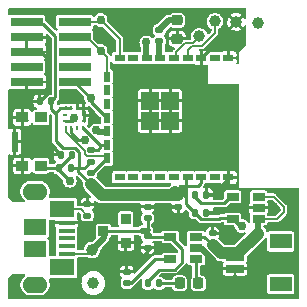
<source format=gtl>
G04 #@! TF.GenerationSoftware,KiCad,Pcbnew,(6.0.11)*
G04 #@! TF.CreationDate,2023-04-24T14:11:09-03:00*
G04 #@! TF.ProjectId,HappyFeet,48617070-7946-4656-9574-2e6b69636164,V0.7*
G04 #@! TF.SameCoordinates,Original*
G04 #@! TF.FileFunction,Copper,L1,Top*
G04 #@! TF.FilePolarity,Positive*
%FSLAX46Y46*%
G04 Gerber Fmt 4.6, Leading zero omitted, Abs format (unit mm)*
G04 Created by KiCad (PCBNEW (6.0.11)) date 2023-04-24 14:11:09*
%MOMM*%
%LPD*%
G01*
G04 APERTURE LIST*
G04 Aperture macros list*
%AMRoundRect*
0 Rectangle with rounded corners*
0 $1 Rounding radius*
0 $2 $3 $4 $5 $6 $7 $8 $9 X,Y pos of 4 corners*
0 Add a 4 corners polygon primitive as box body*
4,1,4,$2,$3,$4,$5,$6,$7,$8,$9,$2,$3,0*
0 Add four circle primitives for the rounded corners*
1,1,$1+$1,$2,$3*
1,1,$1+$1,$4,$5*
1,1,$1+$1,$6,$7*
1,1,$1+$1,$8,$9*
0 Add four rect primitives between the rounded corners*
20,1,$1+$1,$2,$3,$4,$5,0*
20,1,$1+$1,$4,$5,$6,$7,0*
20,1,$1+$1,$6,$7,$8,$9,0*
20,1,$1+$1,$8,$9,$2,$3,0*%
G04 Aperture macros list end*
G04 #@! TA.AperFunction,SMDPad,CuDef*
%ADD10RoundRect,0.147500X0.147500X0.172500X-0.147500X0.172500X-0.147500X-0.172500X0.147500X-0.172500X0*%
G04 #@! TD*
G04 #@! TA.AperFunction,SMDPad,CuDef*
%ADD11RoundRect,0.147500X-0.147500X-0.172500X0.147500X-0.172500X0.147500X0.172500X-0.147500X0.172500X0*%
G04 #@! TD*
G04 #@! TA.AperFunction,SMDPad,CuDef*
%ADD12RoundRect,0.147500X-0.172500X0.147500X-0.172500X-0.147500X0.172500X-0.147500X0.172500X0.147500X0*%
G04 #@! TD*
G04 #@! TA.AperFunction,SMDPad,CuDef*
%ADD13RoundRect,0.147500X0.172500X-0.147500X0.172500X0.147500X-0.172500X0.147500X-0.172500X-0.147500X0*%
G04 #@! TD*
G04 #@! TA.AperFunction,SMDPad,CuDef*
%ADD14R,1.549400X0.660400*%
G04 #@! TD*
G04 #@! TA.AperFunction,SMDPad,CuDef*
%ADD15R,1.905000X1.295400*%
G04 #@! TD*
G04 #@! TA.AperFunction,SMDPad,CuDef*
%ADD16R,0.990600X0.889000*%
G04 #@! TD*
G04 #@! TA.AperFunction,SMDPad,CuDef*
%ADD17R,0.558800X1.701800*%
G04 #@! TD*
G04 #@! TA.AperFunction,SMDPad,CuDef*
%ADD18R,1.060000X0.650000*%
G04 #@! TD*
G04 #@! TA.AperFunction,SMDPad,CuDef*
%ADD19C,1.000000*%
G04 #@! TD*
G04 #@! TA.AperFunction,SMDPad,CuDef*
%ADD20RoundRect,0.218750X0.256250X-0.218750X0.256250X0.218750X-0.256250X0.218750X-0.256250X-0.218750X0*%
G04 #@! TD*
G04 #@! TA.AperFunction,SMDPad,CuDef*
%ADD21RoundRect,0.218750X0.218750X0.256250X-0.218750X0.256250X-0.218750X-0.256250X0.218750X-0.256250X0*%
G04 #@! TD*
G04 #@! TA.AperFunction,SMDPad,CuDef*
%ADD22R,0.279400X0.304800*%
G04 #@! TD*
G04 #@! TA.AperFunction,SMDPad,CuDef*
%ADD23R,0.304800X0.279400*%
G04 #@! TD*
G04 #@! TA.AperFunction,SMDPad,CuDef*
%ADD24R,0.889000X0.609600*%
G04 #@! TD*
G04 #@! TA.AperFunction,SMDPad,CuDef*
%ADD25R,0.609600X0.889000*%
G04 #@! TD*
G04 #@! TA.AperFunction,SMDPad,CuDef*
%ADD26R,1.500000X1.500000*%
G04 #@! TD*
G04 #@! TA.AperFunction,SMDPad,CuDef*
%ADD27R,0.889000X0.812800*%
G04 #@! TD*
G04 #@! TA.AperFunction,SMDPad,CuDef*
%ADD28R,1.371600X0.457200*%
G04 #@! TD*
G04 #@! TA.AperFunction,SMDPad,CuDef*
%ADD29R,2.108200X1.473200*%
G04 #@! TD*
G04 #@! TA.AperFunction,SMDPad,CuDef*
%ADD30R,1.905000X1.371600*%
G04 #@! TD*
G04 #@! TA.AperFunction,ComponentPad*
%ADD31O,2.108200X1.397000*%
G04 #@! TD*
G04 #@! TA.AperFunction,SMDPad,CuDef*
%ADD32R,2.790000X0.740000*%
G04 #@! TD*
G04 #@! TA.AperFunction,ViaPad*
%ADD33C,0.762000*%
G04 #@! TD*
G04 #@! TA.AperFunction,Conductor*
%ADD34C,0.250000*%
G04 #@! TD*
G04 #@! TA.AperFunction,Conductor*
%ADD35C,0.500000*%
G04 #@! TD*
G04 #@! TA.AperFunction,Conductor*
%ADD36C,1.000000*%
G04 #@! TD*
G04 #@! TA.AperFunction,Conductor*
%ADD37C,0.154000*%
G04 #@! TD*
G04 APERTURE END LIST*
D10*
G04 #@! TO.P,C3,1*
G04 #@! TO.N,+3V3*
X103855000Y-78070000D03*
G04 #@! TO.P,C3,2*
G04 #@! TO.N,GND*
X102885000Y-78070000D03*
G04 #@! TD*
D11*
G04 #@! TO.P,C15,1*
G04 #@! TO.N,GND*
X104635000Y-82620000D03*
G04 #@! TO.P,C15,2*
G04 #@! TO.N,NRST*
X105605000Y-82620000D03*
G04 #@! TD*
D12*
G04 #@! TO.P,C18,1*
G04 #@! TO.N,VBUS*
X112000000Y-89515000D03*
G04 #@! TO.P,C18,2*
G04 #@! TO.N,GND*
X112000000Y-90485000D03*
G04 #@! TD*
D13*
G04 #@! TO.P,C19,1*
G04 #@! TO.N,VBUS*
X112000000Y-87985000D03*
G04 #@! TO.P,C19,2*
G04 #@! TO.N,GND*
X112000000Y-87015000D03*
G04 #@! TD*
D11*
G04 #@! TO.P,C22,1*
G04 #@! TO.N,Net-(C22-Pad1)*
X116015000Y-86000000D03*
G04 #@! TO.P,C22,2*
G04 #@! TO.N,GND*
X116985000Y-86000000D03*
G04 #@! TD*
G04 #@! TO.P,C26,1*
G04 #@! TO.N,+3V3*
X116015000Y-87500000D03*
G04 #@! TO.P,C26,2*
G04 #@! TO.N,GND*
X116985000Y-87500000D03*
G04 #@! TD*
D14*
G04 #@! TO.P,J3,1,1*
G04 #@! TO.N,GND*
X119401500Y-92249999D03*
G04 #@! TO.P,J3,2,2*
G04 #@! TO.N,+BATT*
X119401500Y-91250001D03*
D15*
G04 #@! TO.P,J3,3*
G04 #@! TO.N,N/C*
X123276501Y-89950001D03*
G04 #@! TO.P,J3,4*
X123276501Y-93549999D03*
G04 #@! TD*
D13*
G04 #@! TO.P,R1,1*
G04 #@! TO.N,BLUELED*
X113000000Y-72985000D03*
G04 #@! TO.P,R1,2*
G04 #@! TO.N,Net-(D1-Pad2)*
X113000000Y-72015000D03*
G04 #@! TD*
D10*
G04 #@! TO.P,R3,1*
G04 #@! TO.N,+3V3*
X105485000Y-83750000D03*
G04 #@! TO.P,R3,2*
G04 #@! TO.N,NRST*
X104515000Y-83750000D03*
G04 #@! TD*
D16*
G04 #@! TO.P,SW1,1,1*
G04 #@! TO.N,unconnected-(SW1-Pad1)*
X102980001Y-79450002D03*
G04 #@! TO.P,SW1,2,2*
G04 #@! TO.N,GND*
X101379999Y-79450002D03*
G04 #@! TO.P,SW1,3,3*
G04 #@! TO.N,NRST*
X102980001Y-83549998D03*
G04 #@! TO.P,SW1,4,4*
G04 #@! TO.N,GND*
X101379999Y-83549998D03*
D17*
G04 #@! TO.P,SW1,5,5*
X100754999Y-81500000D03*
G04 #@! TD*
D18*
G04 #@! TO.P,U4,1,STAT*
G04 #@! TO.N,Net-(D3-Pad1)*
X116100000Y-91450000D03*
G04 #@! TO.P,U4,2,VSS*
G04 #@! TO.N,GND*
X116100000Y-90500000D03*
G04 #@! TO.P,U4,3,VBAT*
G04 #@! TO.N,+BATT*
X116100000Y-89550000D03*
G04 #@! TO.P,U4,4,VDD*
G04 #@! TO.N,VBUS*
X113900000Y-89550000D03*
G04 #@! TO.P,U4,5,PROG*
G04 #@! TO.N,Net-(R7-Pad1)*
X113900000Y-91450000D03*
G04 #@! TD*
D12*
G04 #@! TO.P,C24,1*
G04 #@! TO.N,+3V3*
X114610000Y-86045000D03*
G04 #@! TO.P,C24,2*
G04 #@! TO.N,GND*
X114610000Y-87015000D03*
G04 #@! TD*
D19*
G04 #@! TO.P,FID1,*
G04 #@! TO.N,*
X121360000Y-71460000D03*
G04 #@! TD*
D20*
G04 #@! TO.P,D1,1,K*
G04 #@! TO.N,GND*
X114500000Y-72787500D03*
G04 #@! TO.P,D1,2,A*
G04 #@! TO.N,Net-(D1-Pad2)*
X114500000Y-71212500D03*
G04 #@! TD*
D21*
G04 #@! TO.P,D3,1,K*
G04 #@! TO.N,Net-(D3-Pad1)*
X116287500Y-93500000D03*
G04 #@! TO.P,D3,2,A*
G04 #@! TO.N,Net-(D3-Pad2)*
X114712500Y-93500000D03*
G04 #@! TD*
D13*
G04 #@! TO.P,R7,1*
G04 #@! TO.N,Net-(R7-Pad1)*
X110250000Y-93485000D03*
G04 #@! TO.P,R7,2*
G04 #@! TO.N,GND*
X110250000Y-92515000D03*
G04 #@! TD*
D11*
G04 #@! TO.P,R6,1*
G04 #@! TO.N,VBUS*
X112015000Y-93500000D03*
G04 #@! TO.P,R6,2*
G04 #@! TO.N,Net-(D3-Pad2)*
X112985000Y-93500000D03*
G04 #@! TD*
D18*
G04 #@! TO.P,U5,1,VIN*
G04 #@! TO.N,+BATT*
X121400000Y-88050000D03*
G04 #@! TO.P,U5,2,GND*
G04 #@! TO.N,GND*
X121400000Y-87100000D03*
G04 #@! TO.P,U5,3,INH*
G04 #@! TO.N,+BATT*
X121400000Y-86150000D03*
G04 #@! TO.P,U5,4,BYP*
G04 #@! TO.N,Net-(C22-Pad1)*
X119200000Y-86150000D03*
G04 #@! TO.P,U5,5,VOUT*
G04 #@! TO.N,+3V3*
X119200000Y-88050000D03*
G04 #@! TD*
D22*
G04 #@! TO.P,U2,1,SCL/SPC*
G04 #@! TO.N,I2CSCL*
X105049999Y-80325500D03*
G04 #@! TO.P,U2,2,CS*
G04 #@! TO.N,ACCCS*
X105550000Y-80325500D03*
G04 #@! TO.P,U2,3,SDO/SA0*
G04 #@! TO.N,unconnected-(U2-Pad3)*
X106050000Y-80325500D03*
G04 #@! TO.P,U2,4,SDA/SDI/SDO*
G04 #@! TO.N,I2CSDA*
X106550001Y-80325500D03*
D23*
G04 #@! TO.P,U2,5,NC*
G04 #@! TO.N,unconnected-(U2-Pad5)*
X106625500Y-79750000D03*
G04 #@! TO.P,U2,6,GND*
G04 #@! TO.N,GND*
X106625500Y-79250000D03*
D22*
G04 #@! TO.P,U2,7,RES*
X106550001Y-78674500D03*
G04 #@! TO.P,U2,8,GND*
X106050000Y-78674500D03*
G04 #@! TO.P,U2,9,VDD*
G04 #@! TO.N,+3V3*
X105550000Y-78674500D03*
G04 #@! TO.P,U2,10,VDDIO*
X105049999Y-78674500D03*
D23*
G04 #@! TO.P,U2,11,INT2*
G04 #@! TO.N,unconnected-(U2-Pad11)*
X104974500Y-79250000D03*
G04 #@! TO.P,U2,12,INT1*
G04 #@! TO.N,ACCINT*
X104974500Y-79750000D03*
G04 #@! TD*
D13*
G04 #@! TO.P,C23,1*
G04 #@! TO.N,+BATT*
X117500000Y-90235000D03*
G04 #@! TO.P,C23,2*
G04 #@! TO.N,GND*
X117500000Y-89265000D03*
G04 #@! TD*
D24*
G04 #@! TO.P,U1,1,GND*
G04 #@! TO.N,GND*
X118835118Y-74415000D03*
G04 #@! TO.P,U1,2,NC*
G04 #@! TO.N,unconnected-(U1-Pad2)*
X117685117Y-74415000D03*
G04 #@! TO.P,U1,3,GND*
G04 #@! TO.N,GND*
X116535117Y-74415000D03*
G04 #@! TO.P,U1,4,DIO_0*
G04 #@! TO.N,TX*
X115385117Y-74415000D03*
G04 #@! TO.P,U1,5,DIO_1*
G04 #@! TO.N,RX*
X114235117Y-74415000D03*
G04 #@! TO.P,U1,6,DIO_2*
G04 #@! TO.N,BLUELED*
X113085116Y-74415000D03*
G04 #@! TO.P,U1,7,DIO_3*
G04 #@! TO.N,ACCCS*
X111935116Y-74415000D03*
G04 #@! TO.P,U1,8,DIO_4*
G04 #@! TO.N,unconnected-(U1-Pad8)*
X110785116Y-74415000D03*
G04 #@! TO.P,U1,9,JTAG_TMS*
G04 #@! TO.N,JTAG_TMS*
X109635116Y-74415000D03*
D25*
G04 #@! TO.P,U1,10,JTAG_TCK*
G04 #@! TO.N,JTAG_TCK*
X108535512Y-76015009D03*
G04 #@! TO.P,U1,11,DIO_5_JTAG_TDO*
G04 #@! TO.N,unconnected-(U1-Pad11)*
X108535512Y-77165010D03*
G04 #@! TO.P,U1,12,DIO_6_JTAG_TDI*
G04 #@! TO.N,unconnected-(U1-Pad12)*
X108535512Y-78315010D03*
G04 #@! TO.P,U1,13,RESET_N*
G04 #@! TO.N,NRST*
X108535512Y-79465010D03*
G04 #@! TO.P,U1,14,DIO_7*
G04 #@! TO.N,ACCINT*
X108535512Y-80615010D03*
G04 #@! TO.P,U1,15,DIO_8*
G04 #@! TO.N,I2CSDA*
X108535512Y-81765011D03*
G04 #@! TO.P,U1,16,DIO_9*
G04 #@! TO.N,I2CSCL*
X108535512Y-82915011D03*
D24*
G04 #@! TO.P,U1,17,DIO_10*
G04 #@! TO.N,unconnected-(U1-Pad17)*
X109635116Y-84515000D03*
G04 #@! TO.P,U1,18,DIO_11*
G04 #@! TO.N,unconnected-(U1-Pad18)*
X110785116Y-84515000D03*
G04 #@! TO.P,U1,19,DIO_12*
G04 #@! TO.N,unconnected-(U1-Pad19)*
X111935116Y-84515000D03*
G04 #@! TO.P,U1,20,DIO_13*
G04 #@! TO.N,unconnected-(U1-Pad20)*
X113085116Y-84515000D03*
G04 #@! TO.P,U1,21,DIO_14*
G04 #@! TO.N,unconnected-(U1-Pad21)*
X114235117Y-84515000D03*
G04 #@! TO.P,U1,22,VDD*
G04 #@! TO.N,+3V3*
X115385117Y-84515000D03*
G04 #@! TO.P,U1,23,VDD*
X116535117Y-84515000D03*
G04 #@! TO.P,U1,24,NC*
G04 #@! TO.N,unconnected-(U1-Pad24)*
X117685117Y-84515000D03*
G04 #@! TO.P,U1,25,GND*
G04 #@! TO.N,GND*
X118835118Y-84515000D03*
D26*
G04 #@! TO.P,U1,26,EGP*
X113910111Y-78029900D03*
G04 #@! TO.P,U1,27,EGP*
X112210112Y-78030000D03*
G04 #@! TO.P,U1,28,EGP*
X112210000Y-79730000D03*
G04 #@! TO.P,U1,29,EGP*
X113910022Y-79730000D03*
G04 #@! TD*
D13*
G04 #@! TO.P,R4,1*
G04 #@! TO.N,+3V3*
X107200000Y-85085000D03*
G04 #@! TO.P,R4,2*
G04 #@! TO.N,I2CSCL*
X107200000Y-84115000D03*
G04 #@! TD*
G04 #@! TO.P,R8,1*
G04 #@! TO.N,+3V3*
X107200000Y-83185000D03*
G04 #@! TO.P,R8,2*
G04 #@! TO.N,I2CSDA*
X107200000Y-82215000D03*
G04 #@! TD*
D19*
G04 #@! TO.P,FID2,*
G04 #@! TO.N,*
X107400000Y-93470000D03*
G04 #@! TD*
G04 #@! TO.P,TP1,1,1*
G04 #@! TO.N,+3V3*
X108200000Y-86000000D03*
G04 #@! TD*
G04 #@! TO.P,TP2,1,1*
G04 #@! TO.N,GND*
X119500000Y-71350000D03*
G04 #@! TD*
G04 #@! TO.P,TP3,1,1*
G04 #@! TO.N,VBUS*
X107300000Y-90670000D03*
G04 #@! TD*
G04 #@! TO.P,TP4,1,1*
G04 #@! TO.N,TX*
X117700000Y-71310000D03*
G04 #@! TD*
G04 #@! TO.P,TP5,1,1*
G04 #@! TO.N,RX*
X116380000Y-72580000D03*
G04 #@! TD*
D13*
G04 #@! TO.P,R5,1*
G04 #@! TO.N,/SHIELD*
X106900000Y-87755000D03*
G04 #@! TO.P,R5,2*
G04 #@! TO.N,GND*
X106900000Y-86785000D03*
G04 #@! TD*
D27*
G04 #@! TO.P,Z1,1,ANODE*
G04 #@! TO.N,GND*
X110154999Y-90064999D03*
G04 #@! TO.P,Z1,2,NC*
G04 #@! TO.N,unconnected-(Z1-Pad2)*
X110154999Y-88015001D03*
G04 #@! TO.P,Z1,3,CATHODE*
G04 #@! TO.N,VBUS*
X108265000Y-89040000D03*
G04 #@! TD*
D28*
G04 #@! TO.P,J1,1,VBUS*
G04 #@! TO.N,VBUS*
X105136394Y-90970000D03*
G04 #@! TO.P,J1,2,D-*
G04 #@! TO.N,unconnected-(J1-Pad2)*
X105136394Y-90319999D03*
G04 #@! TO.P,J1,3,D+*
G04 #@! TO.N,unconnected-(J1-Pad3)*
X105136394Y-89670000D03*
G04 #@! TO.P,J1,4,ID*
G04 #@! TO.N,unconnected-(J1-Pad4)*
X105136394Y-89020001D03*
G04 #@! TO.P,J1,5,GND*
G04 #@! TO.N,GND*
X105136394Y-88370000D03*
D29*
G04 #@! TO.P,J1,6,Shield*
G04 #@! TO.N,/SHIELD*
X104768100Y-87207501D03*
G04 #@! TO.P,J1,7*
G04 #@! TO.N,N/C*
X104768100Y-92132499D03*
D30*
G04 #@! TO.P,J1,8*
X102472300Y-88732500D03*
G04 #@! TO.P,J1,9*
X102472300Y-90607500D03*
D31*
G04 #@! TO.P,J1,10*
X102468200Y-85720300D03*
G04 #@! TO.P,J1,11*
X102468200Y-93619700D03*
G04 #@! TD*
D32*
G04 #@! TO.P,J2,1*
G04 #@! TO.N,+3V3*
X101750000Y-71364000D03*
G04 #@! TO.P,J2,2*
G04 #@! TO.N,JTAG_TMS*
X105820000Y-71364000D03*
G04 #@! TO.P,J2,3*
G04 #@! TO.N,GND*
X101750000Y-72634000D03*
G04 #@! TO.P,J2,4*
G04 #@! TO.N,JTAG_TCK*
X105820000Y-72634000D03*
G04 #@! TO.P,J2,5*
G04 #@! TO.N,GND*
X101750000Y-73904000D03*
G04 #@! TO.P,J2,6*
G04 #@! TO.N,unconnected-(J2-Pad6)*
X105820000Y-73904000D03*
G04 #@! TO.P,J2,7*
G04 #@! TO.N,unconnected-(J2-Pad7)*
X101750000Y-75174000D03*
G04 #@! TO.P,J2,8*
G04 #@! TO.N,unconnected-(J2-Pad8)*
X105820000Y-75174000D03*
G04 #@! TO.P,J2,9*
G04 #@! TO.N,GND*
X101750000Y-76444000D03*
G04 #@! TO.P,J2,10*
G04 #@! TO.N,NRST*
X105820000Y-76444000D03*
G04 #@! TD*
D33*
G04 #@! TO.N,GND*
X110230000Y-80000000D03*
X113910000Y-75930000D03*
X105850000Y-77820000D03*
X117680000Y-73400000D03*
X116660000Y-80400000D03*
X117650000Y-92100000D03*
X118410000Y-94030000D03*
X116660000Y-78180000D03*
X118720000Y-89340000D03*
X113910111Y-78029900D03*
X116090000Y-71150000D03*
X117890000Y-85550000D03*
X122690000Y-87000000D03*
X112210000Y-79630000D03*
X118920000Y-82630000D03*
X111222500Y-91542500D03*
X111970000Y-71070000D03*
X102892500Y-81337500D03*
X101400000Y-78100000D03*
X110210000Y-76130000D03*
X121610000Y-91630000D03*
X106900000Y-88870000D03*
X119080000Y-77290000D03*
X110230000Y-82600000D03*
X113910022Y-79730000D03*
X123810000Y-91930000D03*
X114650000Y-82630000D03*
X117900000Y-87330000D03*
X118790000Y-72480000D03*
X112440000Y-82630000D03*
X110200000Y-77800000D03*
X124060000Y-88360000D03*
X116740000Y-82630000D03*
X119020000Y-78910000D03*
X105000000Y-94070000D03*
X109000000Y-92570000D03*
X114390000Y-88350000D03*
X112210000Y-78030000D03*
X113560000Y-87010000D03*
X121010000Y-93930000D03*
X118790000Y-73520000D03*
X119020000Y-80550000D03*
X108837500Y-73214000D03*
G04 #@! TO.N,+3V3*
X119977500Y-88634000D03*
G04 #@! TO.N,NRST*
X105400000Y-84800000D03*
X107200000Y-77760000D03*
G04 #@! TO.N,JTAG_TMS*
X108017500Y-71186500D03*
G04 #@! TO.N,JTAG_TCK*
X108015000Y-73816500D03*
G04 #@! TO.N,ACCINT*
X107660000Y-80550000D03*
X105800000Y-79520000D03*
G04 #@! TO.N,ACCCS*
X106682393Y-81327607D03*
X111900000Y-73100000D03*
G04 #@! TD*
D34*
G04 #@! TO.N,GND*
X102892500Y-81337500D02*
X103265001Y-81710000D01*
X117799999Y-92249999D02*
X117650000Y-92100000D01*
X106550001Y-78674500D02*
X106550001Y-79174501D01*
X101379999Y-78120001D02*
X101400000Y-78100000D01*
X112000000Y-90485000D02*
X112000000Y-90765000D01*
X116535117Y-74415000D02*
X117550117Y-73400000D01*
X106050000Y-78674500D02*
X106050000Y-78020000D01*
X103552500Y-77402500D02*
X103552500Y-74471500D01*
X106050000Y-78674500D02*
X106550001Y-78674500D01*
X117550117Y-73400000D02*
X117680000Y-73400000D01*
D35*
X112210000Y-79730000D02*
X112210000Y-79630000D01*
D34*
X116985000Y-86000000D02*
X117440000Y-86000000D01*
X116100000Y-90500000D02*
X116410002Y-90500000D01*
X118800000Y-84550000D02*
X118800000Y-84640000D01*
X121350000Y-87000000D02*
X122690000Y-87000000D01*
X101379999Y-79450002D02*
X101379999Y-78120001D01*
X112005000Y-87010000D02*
X112000000Y-87015000D01*
X118645000Y-89265000D02*
X118720000Y-89340000D01*
X116985000Y-87500000D02*
X117730000Y-87500000D01*
X117730000Y-87500000D02*
X117900000Y-87330000D01*
D35*
X117650000Y-92100000D02*
X117650000Y-91587095D01*
D34*
X103372500Y-72634000D02*
X101750000Y-72634000D01*
X103552500Y-74471500D02*
X103167500Y-74086500D01*
X103552500Y-72814000D02*
X103372500Y-72634000D01*
X106550001Y-79174501D02*
X106625500Y-79250000D01*
D35*
X117650000Y-91587095D02*
X116562905Y-90500000D01*
D34*
X118800000Y-74450000D02*
X118800000Y-73530000D01*
X102885000Y-78070000D02*
X103552500Y-77402500D01*
D35*
X112210112Y-78030000D02*
X112210000Y-78030000D01*
D34*
X118800000Y-73530000D02*
X118790000Y-73520000D01*
X101620000Y-79480004D02*
X101799998Y-79660002D01*
X101039999Y-79660002D02*
X101799998Y-79660002D01*
X117500000Y-89265000D02*
X118645000Y-89265000D01*
X103552500Y-74471500D02*
X103552500Y-72814000D01*
X114610000Y-87015000D02*
X113565000Y-87015000D01*
X106625500Y-79250000D02*
X106625500Y-79750000D01*
X103265001Y-81710000D02*
X103725000Y-81710000D01*
X106050000Y-78020000D02*
X105850000Y-77820000D01*
X102885000Y-78070000D02*
X101430000Y-78070000D01*
X113565000Y-87015000D02*
X113560000Y-87010000D01*
X113560000Y-87010000D02*
X112005000Y-87010000D01*
X112000000Y-90765000D02*
X111222500Y-91542500D01*
D35*
X116562905Y-90500000D02*
X116100000Y-90500000D01*
D34*
X103725000Y-81710000D02*
X104635000Y-82620000D01*
X101430000Y-78070000D02*
X101400000Y-78100000D01*
X118800000Y-84640000D02*
X117890000Y-85550000D01*
X117440000Y-86000000D02*
X117890000Y-85550000D01*
G04 #@! TO.N,+3V3*
X106635000Y-83750000D02*
X107200000Y-83185000D01*
X103855000Y-78755000D02*
X104220000Y-79120000D01*
X114610000Y-85830000D02*
X115090000Y-85350000D01*
X115090000Y-85560000D02*
X114610000Y-86040000D01*
X119150000Y-87950000D02*
X118170000Y-87950000D01*
X104220000Y-79120000D02*
X104220000Y-79069000D01*
X114610000Y-85650000D02*
X114770000Y-85490000D01*
X104220000Y-80490000D02*
X104220000Y-81400011D01*
X115260000Y-84640000D02*
X115350000Y-84550000D01*
X116500000Y-84990000D02*
X116270000Y-85220000D01*
X116015000Y-87500000D02*
X115980000Y-87500000D01*
X116500000Y-84550000D02*
X116500000Y-84990000D01*
X103855000Y-78070000D02*
X103855000Y-78755000D01*
X115260000Y-86780000D02*
X115260000Y-85220000D01*
X114655000Y-85295000D02*
X114730000Y-85220000D01*
X114610000Y-86045000D02*
X114610000Y-85650000D01*
X118074990Y-88045010D02*
X116560010Y-88045010D01*
X104200000Y-72536500D02*
X103177500Y-71514000D01*
D36*
X108143999Y-86028999D02*
X107200000Y-85085000D01*
D34*
X119977500Y-88634000D02*
X119784000Y-88634000D01*
X115090000Y-85350000D02*
X115035000Y-85295000D01*
X115090000Y-86130000D02*
X115090000Y-85560000D01*
X115035000Y-85295000D02*
X114655000Y-85295000D01*
X115260000Y-85220000D02*
X115260000Y-84640000D01*
X104614500Y-78674500D02*
X105049999Y-78674500D01*
X106230000Y-82398190D02*
X106230000Y-83750000D01*
X106150000Y-83750000D02*
X106635000Y-83750000D01*
D36*
X114610000Y-86045000D02*
X114593999Y-86028999D01*
X114593999Y-86028999D02*
X108143999Y-86028999D01*
D34*
X106150000Y-84035000D02*
X106150000Y-83750000D01*
X116270000Y-85220000D02*
X115260000Y-85220000D01*
X118170000Y-87950000D02*
X118074990Y-88045010D01*
X105485000Y-83750000D02*
X106150000Y-83750000D01*
X106150000Y-83750000D02*
X106230000Y-83750000D01*
X104220000Y-79069000D02*
X104614500Y-78674500D01*
X115980000Y-87500000D02*
X115260000Y-86780000D01*
X104220000Y-81400011D02*
X104865010Y-82045021D01*
X114610000Y-86045000D02*
X114610000Y-85830000D01*
X116560010Y-88045010D02*
X116015000Y-87500000D01*
X105876831Y-82045021D02*
X106230000Y-82398190D01*
X104220000Y-79120000D02*
X104220000Y-80490000D01*
D36*
X114610000Y-86045000D02*
X114345000Y-85780000D01*
D34*
X119784000Y-88634000D02*
X119200000Y-88050000D01*
X114730000Y-85220000D02*
X115260000Y-85220000D01*
X107200000Y-85085000D02*
X106150000Y-84035000D01*
X105049999Y-78674500D02*
X105550000Y-78674500D01*
X104200000Y-77725000D02*
X104200000Y-72536500D01*
X104865010Y-82045021D02*
X105876831Y-82045021D01*
X114610000Y-86040000D02*
X114610000Y-86045000D01*
X103855000Y-78070000D02*
X104200000Y-77725000D01*
G04 #@! TO.N,NRST*
X105605000Y-82620000D02*
X105605000Y-82660000D01*
X104515000Y-83915000D02*
X105400000Y-84800000D01*
X107200000Y-78129498D02*
X108535512Y-79465010D01*
X105605000Y-82660000D02*
X104515000Y-83750000D01*
X104515000Y-83750000D02*
X103180003Y-83750000D01*
X107136000Y-77760000D02*
X105820000Y-76444000D01*
X103180003Y-83750000D02*
X102980001Y-83549998D01*
X104515000Y-83750000D02*
X104515000Y-83915000D01*
X107200000Y-77760000D02*
X107200000Y-78129498D01*
G04 #@! TO.N,VBUS*
X112015000Y-93285000D02*
X112970000Y-92330000D01*
D35*
X107300000Y-90670000D02*
X108300000Y-89670000D01*
D34*
X112000000Y-88980000D02*
X112000000Y-89515000D01*
D35*
X108300000Y-89670000D02*
X108300000Y-89075000D01*
D34*
X114280002Y-92330000D02*
X114900000Y-91710002D01*
D35*
X111525000Y-89040000D02*
X111940000Y-89040000D01*
X111940000Y-89040000D02*
X112000000Y-88980000D01*
D34*
X114900000Y-91710002D02*
X114900000Y-90550000D01*
X112000000Y-87985000D02*
X112000000Y-88980000D01*
X111525000Y-89040000D02*
X112000000Y-89515000D01*
X108265000Y-89040000D02*
X111525000Y-89040000D01*
D37*
X107000000Y-90970000D02*
X107300000Y-90670000D01*
D34*
X114900000Y-90550000D02*
X113900000Y-89550000D01*
X113900000Y-89550000D02*
X112035000Y-89550000D01*
X112970000Y-92330000D02*
X114280002Y-92330000D01*
D37*
X105136394Y-90970000D02*
X107000000Y-90970000D01*
D34*
X112015000Y-93500000D02*
X112015000Y-93285000D01*
D35*
X108300000Y-89075000D02*
X108265000Y-89040000D01*
D34*
X112035000Y-89550000D02*
X112000000Y-89515000D01*
D37*
G04 #@! TO.N,+BATT*
X123552009Y-87036167D02*
X123552010Y-87109904D01*
D36*
X117500000Y-90235000D02*
X118195000Y-90930000D01*
D37*
X122665842Y-86150000D02*
X123552009Y-87036167D01*
D34*
X116815000Y-89550000D02*
X117500000Y-90235000D01*
D37*
X121400000Y-86150000D02*
X122665842Y-86150000D01*
X123552010Y-87460000D02*
X122962010Y-88050000D01*
X122962010Y-88050000D02*
X121400000Y-88050000D01*
D35*
X121350000Y-89275000D02*
X121350000Y-88100000D01*
D37*
X123552010Y-87109904D02*
X123552010Y-87460000D01*
D36*
X118195000Y-90930000D02*
X119695000Y-90930000D01*
D34*
X116100000Y-89550000D02*
X116815000Y-89550000D01*
D36*
X119695000Y-90930000D02*
X121350000Y-89275000D01*
D35*
X121350000Y-88100000D02*
X121400000Y-88050000D01*
D34*
X119440000Y-91211501D02*
X119401500Y-91250001D01*
G04 #@! TO.N,Net-(C22-Pad1)*
X118476001Y-86723999D02*
X119150000Y-86050000D01*
X116553999Y-86723999D02*
X118476001Y-86723999D01*
X116015000Y-86000000D02*
X116015000Y-86185000D01*
X116015000Y-86185000D02*
X116553999Y-86723999D01*
D35*
G04 #@! TO.N,Net-(D1-Pad2)*
X113802500Y-71212500D02*
X113000000Y-72015000D01*
X114500000Y-71212500D02*
X113802500Y-71212500D01*
D34*
G04 #@! TO.N,Net-(D3-Pad1)*
X116100000Y-93312500D02*
X116287500Y-93500000D01*
X116100000Y-91450000D02*
X116100000Y-93312500D01*
G04 #@! TO.N,Net-(D3-Pad2)*
X114712500Y-93500000D02*
X112985000Y-93500000D01*
G04 #@! TO.N,Net-(R7-Pad1)*
X110555000Y-93485000D02*
X112590000Y-91450000D01*
X112590000Y-91450000D02*
X113900000Y-91450000D01*
X110250000Y-93485000D02*
X110555000Y-93485000D01*
D37*
G04 #@! TO.N,JTAG_TMS*
X109635116Y-74415000D02*
X109635116Y-72804116D01*
X105820000Y-71364000D02*
X107840000Y-71364000D01*
X109635116Y-72804116D02*
X108017500Y-71186500D01*
X107840000Y-71364000D02*
X108017500Y-71186500D01*
G04 #@! TO.N,JTAG_TCK*
X108015000Y-73816500D02*
X106832500Y-72634000D01*
X108535512Y-76015009D02*
X108535512Y-74324512D01*
X108523012Y-74324512D02*
X108015000Y-73816500D01*
X106845000Y-72634000D02*
X105820000Y-72634000D01*
X106832500Y-72634000D02*
X105820000Y-72634000D01*
X108535512Y-74324512D02*
X108523012Y-74324512D01*
D34*
G04 #@! TO.N,ACCINT*
X104974500Y-79750000D02*
X105600000Y-79750000D01*
X105760000Y-79590000D02*
X105760000Y-79560000D01*
X105760000Y-79560000D02*
X105800000Y-79520000D01*
D35*
X108500001Y-80650000D02*
X107760000Y-80650000D01*
D34*
X105600000Y-79750000D02*
X105760000Y-79590000D01*
D35*
X107760000Y-80650000D02*
X107660000Y-80550000D01*
D34*
G04 #@! TO.N,I2CSDA*
X106550001Y-80325500D02*
X106550001Y-80338200D01*
X108011801Y-81800000D02*
X108011801Y-81988199D01*
X107785000Y-82215000D02*
X108011801Y-81988199D01*
X108011801Y-81800000D02*
X108500001Y-81800000D01*
X107200000Y-82215000D02*
X107785000Y-82215000D01*
X106550001Y-80338200D02*
X108011801Y-81800000D01*
D37*
G04 #@! TO.N,I2CSCL*
X106893082Y-82712990D02*
X108333491Y-82712990D01*
D34*
X107200000Y-84115000D02*
X107335523Y-84115000D01*
D37*
X108333491Y-82712990D02*
X108535512Y-82915011D01*
X106702990Y-82307996D02*
X106702990Y-82522898D01*
X105049999Y-80655005D02*
X106702990Y-82307996D01*
D34*
X107335523Y-84115000D02*
X108535512Y-82915011D01*
D37*
X105049999Y-80325500D02*
X105049999Y-80655005D01*
X106702990Y-82522898D02*
X106893082Y-82712990D01*
D34*
G04 #@! TO.N,ACCCS*
X105550000Y-80727900D02*
X106149707Y-81327607D01*
X106149707Y-81327607D02*
X106682393Y-81327607D01*
D35*
X111900000Y-74379884D02*
X111935116Y-74415000D01*
D34*
X105550000Y-80325500D02*
X105550000Y-80727900D01*
D35*
X111900000Y-73100000D02*
X111900000Y-74379884D01*
D37*
G04 #@! TO.N,TX*
X116575943Y-73386019D02*
X117700000Y-72261962D01*
X115385117Y-74415000D02*
X115385117Y-73770902D01*
X117700000Y-72261962D02*
X117700000Y-71310000D01*
X115385117Y-73770902D02*
X115770000Y-73386019D01*
X115770000Y-73386019D02*
X116575943Y-73386019D01*
G04 #@! TO.N,RX*
X115827991Y-73132009D02*
X116380000Y-72580000D01*
X115190183Y-73132009D02*
X115827991Y-73132009D01*
X114377309Y-74272808D02*
X114377309Y-73944883D01*
X116380000Y-72889000D02*
X116380000Y-72580000D01*
X114235117Y-74415000D02*
X114377309Y-74272808D01*
X114377309Y-73944883D02*
X115190183Y-73132009D01*
X116390000Y-72777106D02*
X116390000Y-72740000D01*
D35*
G04 #@! TO.N,BLUELED*
X113000000Y-74400001D02*
X113049999Y-74450000D01*
X113000000Y-72985000D02*
X113000000Y-74400001D01*
D37*
G04 #@! TO.N,/SHIELD*
X106352501Y-87207501D02*
X104768100Y-87207501D01*
X106900000Y-87755000D02*
X106352501Y-87207501D01*
G04 #@! TD*
G04 #@! TA.AperFunction,Conductor*
G04 #@! TO.N,GND*
G36*
X120329191Y-70219407D02*
G01*
X120365155Y-70268907D01*
X120370000Y-70299500D01*
X120370000Y-70984758D01*
X120351093Y-71042949D01*
X120301593Y-71078913D01*
X120240407Y-71078913D01*
X120190907Y-71042949D01*
X120181718Y-71027534D01*
X120177720Y-71019190D01*
X120120603Y-70927783D01*
X120110735Y-70919502D01*
X120102768Y-70924009D01*
X119687863Y-71338914D01*
X119681809Y-71350797D01*
X119682605Y-71355828D01*
X120100514Y-71773737D01*
X120112384Y-71779785D01*
X120118667Y-71774187D01*
X120168220Y-71699603D01*
X120173252Y-71689814D01*
X120178453Y-71676121D01*
X120216792Y-71628437D01*
X120275837Y-71612395D01*
X120333034Y-71634123D01*
X120366537Y-71685321D01*
X120370000Y-71711277D01*
X120370000Y-73248992D01*
X120351093Y-73307183D01*
X120341004Y-73318996D01*
X119760000Y-73900000D01*
X119760000Y-74861000D01*
X119741093Y-74919191D01*
X119691593Y-74955155D01*
X119661000Y-74960000D01*
X119602129Y-74960000D01*
X119543938Y-74941093D01*
X119507974Y-74891593D01*
X119507974Y-74830407D01*
X119510664Y-74823116D01*
X119517015Y-74807782D01*
X119528670Y-74749188D01*
X119529618Y-74739566D01*
X119529618Y-74555680D01*
X119525496Y-74542995D01*
X119521375Y-74540000D01*
X118809118Y-74540000D01*
X118750927Y-74521093D01*
X118714963Y-74471593D01*
X118710118Y-74441000D01*
X118710118Y-74274320D01*
X118960118Y-74274320D01*
X118964240Y-74287005D01*
X118968361Y-74290000D01*
X119513938Y-74290000D01*
X119526623Y-74285878D01*
X119529618Y-74281757D01*
X119529618Y-74090434D01*
X119528670Y-74080812D01*
X119517015Y-74022217D01*
X119509696Y-74004549D01*
X119465277Y-73938070D01*
X119451748Y-73924541D01*
X119385269Y-73880122D01*
X119367601Y-73872803D01*
X119309006Y-73861148D01*
X119299384Y-73860200D01*
X118975798Y-73860200D01*
X118963113Y-73864322D01*
X118960118Y-73868443D01*
X118960118Y-74274320D01*
X118710118Y-74274320D01*
X118710118Y-73875880D01*
X118705996Y-73863195D01*
X118701875Y-73860200D01*
X118370852Y-73860200D01*
X118361230Y-73861148D01*
X118302638Y-73872802D01*
X118284961Y-73880125D01*
X118253843Y-73900917D01*
X118194955Y-73917526D01*
X118179532Y-73915701D01*
X118149365Y-73909700D01*
X117220869Y-73909700D01*
X117216108Y-73910647D01*
X117216098Y-73910648D01*
X117190708Y-73915699D01*
X117129947Y-73908509D01*
X117116391Y-73900917D01*
X117085269Y-73880122D01*
X117067600Y-73872803D01*
X117009005Y-73861148D01*
X116999383Y-73860200D01*
X116675797Y-73860200D01*
X116663112Y-73864322D01*
X116660117Y-73868443D01*
X116660117Y-74954120D01*
X116664239Y-74966805D01*
X116668360Y-74969800D01*
X117001000Y-74969800D01*
X117059191Y-74988707D01*
X117095155Y-75038207D01*
X117100000Y-75068800D01*
X117100000Y-76580000D01*
X119661000Y-76580000D01*
X119719191Y-76598907D01*
X119755155Y-76648407D01*
X119760000Y-76679000D01*
X119760000Y-85380000D01*
X124700500Y-85380000D01*
X124758691Y-85398907D01*
X124794655Y-85448407D01*
X124799500Y-85479000D01*
X124799500Y-94700500D01*
X124780593Y-94758691D01*
X124731093Y-94794655D01*
X124700500Y-94799500D01*
X100299500Y-94799500D01*
X100241309Y-94780593D01*
X100205345Y-94731093D01*
X100200500Y-94700500D01*
X100200500Y-93119058D01*
X100219407Y-93060867D01*
X100229496Y-93049054D01*
X100554467Y-92724083D01*
X100608984Y-92696306D01*
X100624141Y-92695088D01*
X100799006Y-92694505D01*
X101551628Y-92691996D01*
X101609880Y-92710709D01*
X101646009Y-92760089D01*
X101646213Y-92821274D01*
X101610414Y-92870893D01*
X101601457Y-92876731D01*
X101585768Y-92885789D01*
X101585761Y-92885794D01*
X101581270Y-92888387D01*
X101440833Y-93014838D01*
X101329755Y-93167724D01*
X101327648Y-93172456D01*
X101327647Y-93172458D01*
X101271710Y-93298096D01*
X101252891Y-93340363D01*
X101213600Y-93525211D01*
X101213600Y-93714189D01*
X101252891Y-93899037D01*
X101254999Y-93903771D01*
X101255000Y-93903775D01*
X101327647Y-94066942D01*
X101329755Y-94071676D01*
X101440833Y-94224562D01*
X101581270Y-94351013D01*
X101585760Y-94353605D01*
X101585761Y-94353606D01*
X101681022Y-94408604D01*
X101744930Y-94445501D01*
X101749859Y-94447102D01*
X101749860Y-94447103D01*
X101828220Y-94472563D01*
X101924658Y-94503898D01*
X101981700Y-94509894D01*
X102062904Y-94518429D01*
X102062911Y-94518429D01*
X102065486Y-94518700D01*
X102870914Y-94518700D01*
X102873489Y-94518429D01*
X102873496Y-94518429D01*
X102954700Y-94509894D01*
X103011742Y-94503898D01*
X103108180Y-94472563D01*
X103186540Y-94447103D01*
X103186541Y-94447102D01*
X103191470Y-94445501D01*
X103255379Y-94408604D01*
X103350639Y-94353606D01*
X103350640Y-94353605D01*
X103355130Y-94351013D01*
X103495567Y-94224562D01*
X103606645Y-94071676D01*
X103608753Y-94066942D01*
X103681400Y-93903775D01*
X103681401Y-93903771D01*
X103683509Y-93899037D01*
X103722800Y-93714189D01*
X103722800Y-93525211D01*
X103708081Y-93455963D01*
X106394757Y-93455963D01*
X106411175Y-93651483D01*
X106412508Y-93656131D01*
X106412508Y-93656132D01*
X106425621Y-93701860D01*
X106465258Y-93840091D01*
X106467473Y-93844401D01*
X106552731Y-94010296D01*
X106552734Y-94010300D01*
X106554944Y-94014601D01*
X106676818Y-94168369D01*
X106680505Y-94171507D01*
X106680507Y-94171509D01*
X106822550Y-94292397D01*
X106822555Y-94292400D01*
X106826238Y-94295535D01*
X106830460Y-94297895D01*
X106830465Y-94297898D01*
X106930144Y-94353606D01*
X106997513Y-94391257D01*
X107098549Y-94424086D01*
X107179513Y-94450393D01*
X107179516Y-94450394D01*
X107184118Y-94451889D01*
X107378946Y-94475121D01*
X107383768Y-94474750D01*
X107383771Y-94474750D01*
X107569748Y-94460440D01*
X107569753Y-94460439D01*
X107574576Y-94460068D01*
X107763556Y-94407303D01*
X107767869Y-94405124D01*
X107767875Y-94405122D01*
X107934368Y-94321020D01*
X107934370Y-94321018D01*
X107938689Y-94318837D01*
X107965490Y-94297898D01*
X108068464Y-94217447D01*
X122123501Y-94217447D01*
X122135134Y-94275930D01*
X122179449Y-94342251D01*
X122245770Y-94386566D01*
X122255333Y-94388468D01*
X122255335Y-94388469D01*
X122276864Y-94392751D01*
X122304253Y-94398199D01*
X124248749Y-94398199D01*
X124276138Y-94392751D01*
X124297667Y-94388469D01*
X124297669Y-94388468D01*
X124307232Y-94386566D01*
X124373553Y-94342251D01*
X124417868Y-94275930D01*
X124429501Y-94217447D01*
X124429501Y-92882551D01*
X124423008Y-92849907D01*
X124419771Y-92833633D01*
X124419770Y-92833631D01*
X124417868Y-92824068D01*
X124373553Y-92757747D01*
X124307232Y-92713432D01*
X124297669Y-92711530D01*
X124297667Y-92711529D01*
X124274996Y-92707020D01*
X124248749Y-92701799D01*
X122304253Y-92701799D01*
X122278006Y-92707020D01*
X122255335Y-92711529D01*
X122255333Y-92711530D01*
X122245770Y-92713432D01*
X122179449Y-92757747D01*
X122135134Y-92824068D01*
X122133232Y-92833631D01*
X122133231Y-92833633D01*
X122129994Y-92849907D01*
X122123501Y-92882551D01*
X122123501Y-94217447D01*
X108068464Y-94217447D01*
X108089487Y-94201022D01*
X108089491Y-94201018D01*
X108093303Y-94198040D01*
X108118915Y-94168369D01*
X108218345Y-94053177D01*
X108218347Y-94053175D01*
X108221509Y-94049511D01*
X108237990Y-94020500D01*
X108316036Y-93883115D01*
X108316037Y-93883112D01*
X108318425Y-93878909D01*
X108329903Y-93844407D01*
X108378831Y-93697323D01*
X108378831Y-93697321D01*
X108380358Y-93692732D01*
X108383347Y-93669076D01*
X108404601Y-93500824D01*
X108404949Y-93498071D01*
X108405341Y-93470000D01*
X108404438Y-93460783D01*
X108389466Y-93308096D01*
X108386194Y-93274728D01*
X108329484Y-93086894D01*
X108274556Y-92983589D01*
X108239643Y-92917927D01*
X108239641Y-92917923D01*
X108237370Y-92913653D01*
X108231005Y-92905848D01*
X108116422Y-92765355D01*
X108116421Y-92765354D01*
X108113361Y-92761602D01*
X108032437Y-92694656D01*
X107965907Y-92639618D01*
X107965906Y-92639617D01*
X107962180Y-92636535D01*
X107808479Y-92553429D01*
X107793839Y-92545513D01*
X107793838Y-92545513D01*
X107789585Y-92543213D01*
X107602152Y-92485193D01*
X107597342Y-92484687D01*
X107597340Y-92484687D01*
X107411835Y-92465189D01*
X107411833Y-92465189D01*
X107407019Y-92464683D01*
X107342891Y-92470519D01*
X107216438Y-92482027D01*
X107216435Y-92482028D01*
X107211618Y-92482466D01*
X107206976Y-92483832D01*
X107206972Y-92483833D01*
X107028040Y-92536496D01*
X107028037Y-92536497D01*
X107023393Y-92537864D01*
X106849512Y-92628767D01*
X106845743Y-92631797D01*
X106845742Y-92631798D01*
X106833395Y-92641725D01*
X106696600Y-92751711D01*
X106684730Y-92765857D01*
X106573589Y-92898310D01*
X106573586Y-92898314D01*
X106570480Y-92902016D01*
X106475956Y-93073954D01*
X106474492Y-93078568D01*
X106474491Y-93078571D01*
X106433780Y-93206908D01*
X106416628Y-93260978D01*
X106416088Y-93265790D01*
X106416088Y-93265791D01*
X106407155Y-93345435D01*
X106394757Y-93455963D01*
X103708081Y-93455963D01*
X103683509Y-93340363D01*
X103664691Y-93298096D01*
X103624963Y-93208866D01*
X103618567Y-93148016D01*
X103649160Y-93095028D01*
X103705056Y-93070141D01*
X103715404Y-93069599D01*
X105841948Y-93069599D01*
X105868195Y-93064378D01*
X105890866Y-93059869D01*
X105890868Y-93059868D01*
X105900431Y-93057966D01*
X105966752Y-93013651D01*
X106011067Y-92947330D01*
X106015106Y-92927028D01*
X106019669Y-92904083D01*
X106022700Y-92888847D01*
X106022700Y-92374320D01*
X109680000Y-92374320D01*
X109684122Y-92387005D01*
X109688243Y-92390000D01*
X110109320Y-92390000D01*
X110122005Y-92385878D01*
X110125000Y-92381757D01*
X110125000Y-92374320D01*
X110375000Y-92374320D01*
X110379122Y-92387005D01*
X110383243Y-92390000D01*
X110804320Y-92390000D01*
X110817005Y-92385878D01*
X110820000Y-92381757D01*
X110820000Y-92340109D01*
X110819391Y-92332370D01*
X110806476Y-92250830D01*
X110801721Y-92236194D01*
X110751629Y-92137882D01*
X110742587Y-92125437D01*
X110664563Y-92047413D01*
X110652118Y-92038371D01*
X110553806Y-91988279D01*
X110539170Y-91983524D01*
X110457630Y-91970609D01*
X110449891Y-91970000D01*
X110390680Y-91970000D01*
X110377995Y-91974122D01*
X110375000Y-91978243D01*
X110375000Y-92374320D01*
X110125000Y-92374320D01*
X110125000Y-91985680D01*
X110120878Y-91972995D01*
X110116757Y-91970000D01*
X110050109Y-91970000D01*
X110042370Y-91970609D01*
X109960830Y-91983524D01*
X109946194Y-91988279D01*
X109847882Y-92038371D01*
X109835437Y-92047413D01*
X109757413Y-92125437D01*
X109748371Y-92137882D01*
X109698279Y-92236194D01*
X109693524Y-92250830D01*
X109680609Y-92332370D01*
X109680000Y-92340109D01*
X109680000Y-92374320D01*
X106022700Y-92374320D01*
X106022700Y-91376151D01*
X106020644Y-91365813D01*
X106027836Y-91305051D01*
X106069370Y-91260122D01*
X106117742Y-91247500D01*
X106870343Y-91247500D01*
X106917582Y-91259497D01*
X106945436Y-91274621D01*
X107034989Y-91323244D01*
X107034991Y-91323245D01*
X107040235Y-91326092D01*
X107126069Y-91348610D01*
X107198464Y-91367603D01*
X107198468Y-91367604D01*
X107204233Y-91369116D01*
X107210194Y-91369210D01*
X107210197Y-91369210D01*
X107288996Y-91370447D01*
X107373760Y-91371779D01*
X107379575Y-91370447D01*
X107379577Y-91370447D01*
X107533206Y-91335262D01*
X107533209Y-91335261D01*
X107539029Y-91333928D01*
X107554610Y-91326092D01*
X107646324Y-91279964D01*
X107690498Y-91257747D01*
X107695035Y-91253872D01*
X107695038Y-91253870D01*
X107814888Y-91151508D01*
X107814891Y-91151505D01*
X107819423Y-91147634D01*
X107830718Y-91131915D01*
X107914877Y-91014796D01*
X107914878Y-91014794D01*
X107918361Y-91009947D01*
X107926960Y-90988558D01*
X107979377Y-90858167D01*
X107979378Y-90858165D01*
X107981601Y-90852634D01*
X107982721Y-90844766D01*
X108005034Y-90687985D01*
X108005034Y-90687979D01*
X108005490Y-90684778D01*
X108005645Y-90670000D01*
X108004034Y-90656687D01*
X108015814Y-90596646D01*
X108032313Y-90574790D01*
X108115938Y-90491165D01*
X109460499Y-90491165D01*
X109461447Y-90500787D01*
X109473102Y-90559382D01*
X109480421Y-90577050D01*
X109524840Y-90643529D01*
X109538369Y-90657058D01*
X109604848Y-90701477D01*
X109622516Y-90708796D01*
X109681111Y-90720451D01*
X109690733Y-90721399D01*
X110014319Y-90721399D01*
X110027004Y-90717277D01*
X110029999Y-90713156D01*
X110029999Y-90705719D01*
X110279999Y-90705719D01*
X110284121Y-90718404D01*
X110288242Y-90721399D01*
X110619265Y-90721399D01*
X110628887Y-90720451D01*
X110687482Y-90708796D01*
X110705150Y-90701477D01*
X110767389Y-90659891D01*
X111430000Y-90659891D01*
X111430609Y-90667630D01*
X111443524Y-90749170D01*
X111448279Y-90763806D01*
X111498371Y-90862118D01*
X111507413Y-90874563D01*
X111585437Y-90952587D01*
X111597882Y-90961629D01*
X111696194Y-91011721D01*
X111710830Y-91016476D01*
X111792370Y-91029391D01*
X111800109Y-91030000D01*
X111859320Y-91030000D01*
X111872005Y-91025878D01*
X111875000Y-91021757D01*
X111875000Y-91014320D01*
X112125000Y-91014320D01*
X112129122Y-91027005D01*
X112133243Y-91030000D01*
X112199891Y-91030000D01*
X112207630Y-91029391D01*
X112289165Y-91016477D01*
X112309852Y-91009755D01*
X112371027Y-91009755D01*
X112388915Y-90973080D01*
X112401938Y-90961760D01*
X112414562Y-90952588D01*
X112492587Y-90874563D01*
X112501629Y-90862118D01*
X112551721Y-90763806D01*
X112556476Y-90749170D01*
X112569391Y-90667630D01*
X112570000Y-90659891D01*
X112570000Y-90625680D01*
X112565878Y-90612995D01*
X112561757Y-90610000D01*
X112140680Y-90610000D01*
X112127995Y-90614122D01*
X112125000Y-90618243D01*
X112125000Y-91014320D01*
X111875000Y-91014320D01*
X111875000Y-90625680D01*
X111870878Y-90612995D01*
X111866757Y-90610000D01*
X111445680Y-90610000D01*
X111432995Y-90614122D01*
X111430000Y-90618243D01*
X111430000Y-90659891D01*
X110767389Y-90659891D01*
X110771629Y-90657058D01*
X110785158Y-90643529D01*
X110829577Y-90577050D01*
X110836896Y-90559382D01*
X110848551Y-90500787D01*
X110849499Y-90491165D01*
X110849499Y-90205679D01*
X110845377Y-90192994D01*
X110841256Y-90189999D01*
X110295679Y-90189999D01*
X110282994Y-90194121D01*
X110279999Y-90198242D01*
X110279999Y-90705719D01*
X110029999Y-90705719D01*
X110029999Y-90205679D01*
X110025877Y-90192994D01*
X110021756Y-90189999D01*
X109476179Y-90189999D01*
X109463494Y-90194121D01*
X109460499Y-90198242D01*
X109460499Y-90491165D01*
X108115938Y-90491165D01*
X108595484Y-90011619D01*
X108604197Y-90003877D01*
X108626299Y-89986453D01*
X108632110Y-89981872D01*
X108636386Y-89975686D01*
X108665703Y-89933267D01*
X108667511Y-89930737D01*
X108698239Y-89889135D01*
X108698240Y-89889134D01*
X108702635Y-89883183D01*
X108705029Y-89876366D01*
X108709131Y-89870431D01*
X108726948Y-89814096D01*
X108727928Y-89811159D01*
X108745068Y-89762352D01*
X108745068Y-89762350D01*
X108747520Y-89755369D01*
X108747758Y-89749327D01*
X108748280Y-89746647D01*
X108749980Y-89741270D01*
X108750500Y-89734663D01*
X108750500Y-89713060D01*
X108769407Y-89654869D01*
X108794497Y-89630746D01*
X108854052Y-89590952D01*
X108898367Y-89524631D01*
X108900913Y-89511835D01*
X108905156Y-89490500D01*
X108910000Y-89466148D01*
X108910000Y-89461288D01*
X108910477Y-89456446D01*
X108912551Y-89456650D01*
X108928907Y-89406309D01*
X108978407Y-89370345D01*
X109009000Y-89365500D01*
X109420453Y-89365500D01*
X109478644Y-89384407D01*
X109514608Y-89433907D01*
X109514608Y-89495093D01*
X109502768Y-89519502D01*
X109480421Y-89552946D01*
X109473102Y-89570616D01*
X109461447Y-89629211D01*
X109460499Y-89638833D01*
X109460499Y-89924319D01*
X109464621Y-89937004D01*
X109468742Y-89939999D01*
X110833819Y-89939999D01*
X110846504Y-89935877D01*
X110849499Y-89931756D01*
X110849499Y-89638833D01*
X110848551Y-89629211D01*
X110836896Y-89570616D01*
X110829577Y-89552946D01*
X110807230Y-89519502D01*
X110790621Y-89460614D01*
X110811798Y-89403210D01*
X110862672Y-89369217D01*
X110889545Y-89365500D01*
X111172682Y-89365500D01*
X111228968Y-89383058D01*
X111324569Y-89449131D01*
X111331625Y-89451363D01*
X111331626Y-89451363D01*
X111410352Y-89476261D01*
X111460133Y-89511835D01*
X111479500Y-89570653D01*
X111479500Y-89695486D01*
X111480028Y-89699069D01*
X111480028Y-89699076D01*
X111487866Y-89752315D01*
X111489569Y-89763884D01*
X111540628Y-89867880D01*
X111546420Y-89873662D01*
X111567758Y-89894963D01*
X111595583Y-89949455D01*
X111586064Y-90009896D01*
X111567819Y-90035031D01*
X111507413Y-90095437D01*
X111498371Y-90107882D01*
X111448279Y-90206194D01*
X111443524Y-90220830D01*
X111430609Y-90302370D01*
X111430000Y-90310109D01*
X111430000Y-90344320D01*
X111434122Y-90357005D01*
X111438243Y-90360000D01*
X112554320Y-90360000D01*
X112567005Y-90355878D01*
X112570000Y-90351757D01*
X112570000Y-90310109D01*
X112569391Y-90302370D01*
X112556476Y-90220830D01*
X112551721Y-90206194D01*
X112501629Y-90107882D01*
X112492587Y-90095437D01*
X112441654Y-90044504D01*
X112413877Y-89989987D01*
X112423448Y-89929555D01*
X112466713Y-89886290D01*
X112511658Y-89875500D01*
X113084845Y-89875500D01*
X113143036Y-89894407D01*
X113176309Y-89936614D01*
X113179231Y-89943667D01*
X113181133Y-89953231D01*
X113225448Y-90019552D01*
X113291769Y-90063867D01*
X113301332Y-90065769D01*
X113301334Y-90065770D01*
X113324005Y-90070279D01*
X113350252Y-90075500D01*
X113924166Y-90075500D01*
X113982357Y-90094407D01*
X113994170Y-90104496D01*
X114545504Y-90655830D01*
X114573281Y-90710347D01*
X114574500Y-90725834D01*
X114574500Y-90828683D01*
X114555593Y-90886874D01*
X114506093Y-90922838D01*
X114459393Y-90925591D01*
X114459360Y-90925925D01*
X114457248Y-90925717D01*
X114456182Y-90925780D01*
X114449748Y-90924500D01*
X113350252Y-90924500D01*
X113324005Y-90929721D01*
X113301334Y-90934230D01*
X113301332Y-90934231D01*
X113291769Y-90936133D01*
X113225448Y-90980448D01*
X113181133Y-91046769D01*
X113179231Y-91056333D01*
X113176309Y-91063386D01*
X113136572Y-91109912D01*
X113084845Y-91124500D01*
X112608534Y-91124500D01*
X112599905Y-91124123D01*
X112569822Y-91121491D01*
X112561193Y-91120736D01*
X112552826Y-91122978D01*
X112523651Y-91130796D01*
X112515222Y-91132665D01*
X112477319Y-91139348D01*
X112430088Y-91132709D01*
X112420538Y-91162101D01*
X112389947Y-91189645D01*
X112385048Y-91192474D01*
X112377545Y-91196806D01*
X112363095Y-91214027D01*
X112352569Y-91226571D01*
X112346735Y-91232939D01*
X110945634Y-92634040D01*
X110891117Y-92661817D01*
X110830685Y-92652246D01*
X110817438Y-92644128D01*
X110811756Y-92640000D01*
X109695680Y-92640000D01*
X109682995Y-92644122D01*
X109680000Y-92648243D01*
X109680000Y-92689891D01*
X109680609Y-92697630D01*
X109693524Y-92779170D01*
X109698279Y-92793806D01*
X109748371Y-92892118D01*
X109757413Y-92904563D01*
X109817843Y-92964993D01*
X109845620Y-93019510D01*
X109836049Y-93079942D01*
X109817904Y-93104939D01*
X109790270Y-93132621D01*
X109739392Y-93236706D01*
X109729500Y-93304514D01*
X109729500Y-93665486D01*
X109730028Y-93669069D01*
X109730028Y-93669076D01*
X109738448Y-93726271D01*
X109739569Y-93733884D01*
X109790628Y-93837880D01*
X109796419Y-93843661D01*
X109866830Y-93913950D01*
X109866833Y-93913952D01*
X109872621Y-93919730D01*
X109976706Y-93970608D01*
X110026229Y-93977833D01*
X110040969Y-93979983D01*
X110040971Y-93979983D01*
X110044514Y-93980500D01*
X110455486Y-93980500D01*
X110459069Y-93979972D01*
X110459076Y-93979972D01*
X110516271Y-93971552D01*
X110516273Y-93971551D01*
X110523884Y-93970431D01*
X110538362Y-93963323D01*
X110569241Y-93948162D01*
X110627880Y-93919372D01*
X110648180Y-93899037D01*
X110703950Y-93843170D01*
X110703952Y-93843167D01*
X110709730Y-93837379D01*
X110744193Y-93766876D01*
X110765936Y-93739071D01*
X110767455Y-93738194D01*
X110773022Y-93731560D01*
X110773024Y-93731558D01*
X110792431Y-93708429D01*
X110798265Y-93702061D01*
X111362995Y-93137331D01*
X111417512Y-93109554D01*
X111477944Y-93119125D01*
X111521209Y-93162390D01*
X111530780Y-93222822D01*
X111530317Y-93224814D01*
X111529392Y-93226706D01*
X111528575Y-93232307D01*
X111528574Y-93232311D01*
X111520017Y-93290969D01*
X111519500Y-93294514D01*
X111519500Y-93705486D01*
X111520028Y-93709069D01*
X111520028Y-93709076D01*
X111524315Y-93738194D01*
X111529569Y-93773884D01*
X111532960Y-93780790D01*
X111532960Y-93780791D01*
X111551838Y-93819241D01*
X111580628Y-93877880D01*
X111586419Y-93883661D01*
X111656830Y-93953950D01*
X111656833Y-93953952D01*
X111662621Y-93959730D01*
X111766706Y-94010608D01*
X111816229Y-94017833D01*
X111830969Y-94019983D01*
X111830971Y-94019983D01*
X111834514Y-94020500D01*
X112195486Y-94020500D01*
X112199069Y-94019972D01*
X112199076Y-94019972D01*
X112256271Y-94011552D01*
X112256273Y-94011551D01*
X112263884Y-94010431D01*
X112287550Y-93998812D01*
X112343072Y-93971552D01*
X112367880Y-93959372D01*
X112429898Y-93897245D01*
X112484391Y-93869420D01*
X112544831Y-93878939D01*
X112569905Y-93897123D01*
X112632621Y-93959730D01*
X112736706Y-94010608D01*
X112786229Y-94017833D01*
X112800969Y-94019983D01*
X112800971Y-94019983D01*
X112804514Y-94020500D01*
X113165486Y-94020500D01*
X113169069Y-94019972D01*
X113169076Y-94019972D01*
X113226271Y-94011552D01*
X113226273Y-94011551D01*
X113233884Y-94010431D01*
X113257550Y-93998812D01*
X113313072Y-93971552D01*
X113337880Y-93959372D01*
X113343661Y-93953581D01*
X113413949Y-93883171D01*
X113413951Y-93883168D01*
X113419730Y-93877379D01*
X113423323Y-93870028D01*
X113425475Y-93867011D01*
X113474660Y-93830616D01*
X113506073Y-93825500D01*
X113999284Y-93825500D01*
X114057475Y-93844407D01*
X114089081Y-93887913D01*
X114090049Y-93887420D01*
X114093585Y-93894359D01*
X114093585Y-93894360D01*
X114133001Y-93971717D01*
X114150342Y-94005751D01*
X114244249Y-94099658D01*
X114251186Y-94103193D01*
X114251188Y-94103194D01*
X114355640Y-94156415D01*
X114362580Y-94159951D01*
X114370273Y-94161170D01*
X114370275Y-94161170D01*
X114456908Y-94174891D01*
X114456910Y-94174891D01*
X114460754Y-94175500D01*
X114964246Y-94175500D01*
X114968090Y-94174891D01*
X114968092Y-94174891D01*
X115054725Y-94161170D01*
X115054727Y-94161170D01*
X115062420Y-94159951D01*
X115069360Y-94156415D01*
X115173812Y-94103194D01*
X115173814Y-94103193D01*
X115180751Y-94099658D01*
X115274658Y-94005751D01*
X115292000Y-93971717D01*
X115331415Y-93894360D01*
X115331415Y-93894359D01*
X115334951Y-93887420D01*
X115336542Y-93877379D01*
X115349891Y-93793092D01*
X115349891Y-93793090D01*
X115350500Y-93789246D01*
X115350500Y-93210754D01*
X115342840Y-93162390D01*
X115336170Y-93120275D01*
X115336170Y-93120273D01*
X115334951Y-93112580D01*
X115326008Y-93095028D01*
X115278194Y-93001188D01*
X115278193Y-93001186D01*
X115274658Y-92994249D01*
X115180751Y-92900342D01*
X115173814Y-92896807D01*
X115173812Y-92896806D01*
X115069360Y-92843585D01*
X115069359Y-92843585D01*
X115062420Y-92840049D01*
X115054727Y-92838830D01*
X115054725Y-92838830D01*
X114968092Y-92825109D01*
X114968090Y-92825109D01*
X114964246Y-92824500D01*
X114460754Y-92824500D01*
X114456910Y-92825109D01*
X114456908Y-92825109D01*
X114454017Y-92825567D01*
X114453046Y-92825413D01*
X114453035Y-92825414D01*
X114453035Y-92825411D01*
X114393584Y-92815995D01*
X114386034Y-92808445D01*
X114371874Y-92832013D01*
X114351868Y-92845507D01*
X114251188Y-92896806D01*
X114251186Y-92896807D01*
X114244249Y-92900342D01*
X114150342Y-92994249D01*
X114146807Y-93001186D01*
X114146806Y-93001188D01*
X114098992Y-93095028D01*
X114090049Y-93112580D01*
X114089081Y-93112087D01*
X114057479Y-93155589D01*
X113999284Y-93174500D01*
X113506099Y-93174500D01*
X113447908Y-93155593D01*
X113425602Y-93133130D01*
X113422978Y-93129465D01*
X113419372Y-93122120D01*
X113409815Y-93112580D01*
X113343170Y-93046050D01*
X113343167Y-93046048D01*
X113337379Y-93040270D01*
X113233294Y-92989392D01*
X113183771Y-92982167D01*
X113169031Y-92980017D01*
X113169029Y-92980017D01*
X113165486Y-92979500D01*
X113019834Y-92979500D01*
X112961643Y-92960593D01*
X112925679Y-92911093D01*
X112925679Y-92849907D01*
X112949830Y-92810496D01*
X113075830Y-92684496D01*
X113130347Y-92656719D01*
X113145834Y-92655500D01*
X114261468Y-92655500D01*
X114270097Y-92655877D01*
X114308809Y-92659264D01*
X114308651Y-92661065D01*
X114357911Y-92672437D01*
X114359896Y-92674721D01*
X114368527Y-92657782D01*
X114393732Y-92641725D01*
X114393069Y-92640575D01*
X114393948Y-92640068D01*
X114394374Y-92639822D01*
X114401076Y-92637046D01*
X114403493Y-92635506D01*
X114403470Y-92635456D01*
X114403851Y-92635278D01*
X114404671Y-92634756D01*
X114406038Y-92634258D01*
X114411316Y-92631797D01*
X114419686Y-92629554D01*
X114451513Y-92607268D01*
X114458797Y-92602627D01*
X114463408Y-92599965D01*
X114492457Y-92583194D01*
X114517433Y-92553429D01*
X114523267Y-92547061D01*
X115117057Y-91953271D01*
X115123425Y-91947436D01*
X115153194Y-91922457D01*
X115172629Y-91888794D01*
X115177268Y-91881513D01*
X115187001Y-91867613D01*
X115199554Y-91849686D01*
X115201137Y-91843780D01*
X115241887Y-91800079D01*
X115301948Y-91788404D01*
X115357401Y-91814261D01*
X115379805Y-91846556D01*
X115381133Y-91853231D01*
X115425448Y-91919552D01*
X115491769Y-91963867D01*
X115501332Y-91965769D01*
X115501334Y-91965770D01*
X115522602Y-91970000D01*
X115550252Y-91975500D01*
X115675500Y-91975500D01*
X115733691Y-91994407D01*
X115769655Y-92043907D01*
X115774500Y-92074500D01*
X115774500Y-92904083D01*
X115755593Y-92962274D01*
X115745504Y-92974087D01*
X115725342Y-92994249D01*
X115721807Y-93001186D01*
X115721806Y-93001188D01*
X115673992Y-93095028D01*
X115665049Y-93112580D01*
X115663830Y-93120273D01*
X115663830Y-93120275D01*
X115657160Y-93162390D01*
X115649500Y-93210754D01*
X115649500Y-93789246D01*
X115650109Y-93793090D01*
X115650109Y-93793092D01*
X115663459Y-93877379D01*
X115665049Y-93887420D01*
X115668585Y-93894359D01*
X115668585Y-93894360D01*
X115708001Y-93971717D01*
X115725342Y-94005751D01*
X115819249Y-94099658D01*
X115826186Y-94103193D01*
X115826188Y-94103194D01*
X115930640Y-94156415D01*
X115937580Y-94159951D01*
X115945273Y-94161170D01*
X115945275Y-94161170D01*
X116031908Y-94174891D01*
X116031910Y-94174891D01*
X116035754Y-94175500D01*
X116539246Y-94175500D01*
X116543090Y-94174891D01*
X116543092Y-94174891D01*
X116629725Y-94161170D01*
X116629727Y-94161170D01*
X116637420Y-94159951D01*
X116644360Y-94156415D01*
X116748812Y-94103194D01*
X116748814Y-94103193D01*
X116755751Y-94099658D01*
X116849658Y-94005751D01*
X116867000Y-93971717D01*
X116906415Y-93894360D01*
X116906415Y-93894359D01*
X116909951Y-93887420D01*
X116911542Y-93877379D01*
X116924891Y-93793092D01*
X116924891Y-93793090D01*
X116925500Y-93789246D01*
X116925500Y-93210754D01*
X116917840Y-93162390D01*
X116911170Y-93120275D01*
X116911170Y-93120273D01*
X116909951Y-93112580D01*
X116901008Y-93095028D01*
X116853194Y-93001188D01*
X116853193Y-93001186D01*
X116849658Y-92994249D01*
X116755751Y-92900342D01*
X116748814Y-92896807D01*
X116748812Y-92896806D01*
X116644360Y-92843585D01*
X116644359Y-92843585D01*
X116637420Y-92840049D01*
X116629727Y-92838830D01*
X116629725Y-92838830D01*
X116543092Y-92825109D01*
X116543090Y-92825109D01*
X116539246Y-92824500D01*
X116524500Y-92824500D01*
X116466309Y-92805593D01*
X116430345Y-92756093D01*
X116425500Y-92725500D01*
X116425500Y-92599965D01*
X118376800Y-92599965D01*
X118377748Y-92609587D01*
X118389403Y-92668182D01*
X118396722Y-92685850D01*
X118441141Y-92752329D01*
X118454670Y-92765858D01*
X118521149Y-92810277D01*
X118538817Y-92817596D01*
X118597412Y-92829251D01*
X118607034Y-92830199D01*
X119260820Y-92830199D01*
X119273505Y-92826077D01*
X119276500Y-92821956D01*
X119276500Y-92814519D01*
X119526500Y-92814519D01*
X119530622Y-92827204D01*
X119534743Y-92830199D01*
X120195966Y-92830199D01*
X120205588Y-92829251D01*
X120264183Y-92817596D01*
X120281851Y-92810277D01*
X120348330Y-92765858D01*
X120361859Y-92752329D01*
X120406278Y-92685850D01*
X120413597Y-92668182D01*
X120425252Y-92609587D01*
X120426200Y-92599965D01*
X120426200Y-92390679D01*
X120422078Y-92377994D01*
X120417957Y-92374999D01*
X119542180Y-92374999D01*
X119529495Y-92379121D01*
X119526500Y-92383242D01*
X119526500Y-92814519D01*
X119276500Y-92814519D01*
X119276500Y-92390679D01*
X119272378Y-92377994D01*
X119268257Y-92374999D01*
X118392480Y-92374999D01*
X118379795Y-92379121D01*
X118376800Y-92383242D01*
X118376800Y-92599965D01*
X116425500Y-92599965D01*
X116425500Y-92074500D01*
X116444407Y-92016309D01*
X116493907Y-91980345D01*
X116524500Y-91975500D01*
X116649748Y-91975500D01*
X116677398Y-91970000D01*
X116698666Y-91965770D01*
X116698668Y-91965769D01*
X116708231Y-91963867D01*
X116774552Y-91919552D01*
X116818867Y-91853231D01*
X116822367Y-91835639D01*
X116828561Y-91804496D01*
X116830500Y-91794748D01*
X116830500Y-91105252D01*
X116818867Y-91046769D01*
X116822517Y-91046043D01*
X116819124Y-91002960D01*
X116833075Y-90971065D01*
X116860078Y-90930653D01*
X116867397Y-90912983D01*
X116879052Y-90854388D01*
X116880000Y-90844766D01*
X116880000Y-90844664D01*
X116880014Y-90844620D01*
X116880477Y-90839922D01*
X116881508Y-90840024D01*
X116898907Y-90786473D01*
X116948407Y-90750509D01*
X117009593Y-90750509D01*
X117049004Y-90774660D01*
X117680071Y-91405727D01*
X117684670Y-91410651D01*
X117722831Y-91454396D01*
X117727710Y-91457825D01*
X117775071Y-91491111D01*
X117779225Y-91494197D01*
X117829457Y-91533583D01*
X117834894Y-91536038D01*
X117834896Y-91536039D01*
X117835109Y-91536135D01*
X117837835Y-91537366D01*
X117854024Y-91546599D01*
X117861547Y-91551887D01*
X117921044Y-91575084D01*
X117925812Y-91577089D01*
X117983983Y-91603355D01*
X117993028Y-91605031D01*
X118010941Y-91610134D01*
X118019513Y-91613476D01*
X118025432Y-91614255D01*
X118025435Y-91614256D01*
X118082811Y-91621809D01*
X118087930Y-91622620D01*
X118109825Y-91626678D01*
X118150692Y-91634252D01*
X118212918Y-91630664D01*
X118218618Y-91630500D01*
X118334215Y-91630500D01*
X118392406Y-91649407D01*
X118428370Y-91698907D01*
X118428370Y-91760093D01*
X118416530Y-91784502D01*
X118396722Y-91814146D01*
X118389403Y-91831816D01*
X118377748Y-91890411D01*
X118376800Y-91900033D01*
X118376800Y-92109319D01*
X118380922Y-92122004D01*
X118385043Y-92124999D01*
X120410520Y-92124999D01*
X120423205Y-92120877D01*
X120426200Y-92116756D01*
X120426200Y-91900033D01*
X120425252Y-91890411D01*
X120413597Y-91831816D01*
X120406278Y-91814147D01*
X120369149Y-91758579D01*
X120352541Y-91699691D01*
X120359896Y-91666171D01*
X120365067Y-91658432D01*
X120376700Y-91599949D01*
X120376700Y-91279964D01*
X120395607Y-91221773D01*
X120405696Y-91209960D01*
X121875391Y-89740265D01*
X121877222Y-89737929D01*
X121877228Y-89737923D01*
X121946594Y-89649457D01*
X121997379Y-89615331D01*
X122058523Y-89617573D01*
X122106672Y-89655326D01*
X122123501Y-89710543D01*
X122123501Y-90617449D01*
X122125140Y-90625687D01*
X122132293Y-90661647D01*
X122135134Y-90675932D01*
X122179449Y-90742253D01*
X122245770Y-90786568D01*
X122255333Y-90788470D01*
X122255335Y-90788471D01*
X122278006Y-90792980D01*
X122304253Y-90798201D01*
X124248749Y-90798201D01*
X124274996Y-90792980D01*
X124297667Y-90788471D01*
X124297669Y-90788470D01*
X124307232Y-90786568D01*
X124373553Y-90742253D01*
X124417868Y-90675932D01*
X124420710Y-90661647D01*
X124427862Y-90625687D01*
X124429501Y-90617449D01*
X124429501Y-89282553D01*
X124417868Y-89224070D01*
X124373553Y-89157749D01*
X124307232Y-89113434D01*
X124297669Y-89111532D01*
X124297667Y-89111531D01*
X124274996Y-89107022D01*
X124248749Y-89101801D01*
X122304253Y-89101801D01*
X122278006Y-89107022D01*
X122255335Y-89111531D01*
X122255333Y-89111532D01*
X122245770Y-89113434D01*
X122190985Y-89150041D01*
X122180007Y-89157376D01*
X122121119Y-89173985D01*
X122063715Y-89152808D01*
X122030381Y-89104171D01*
X121996393Y-88993691D01*
X121994639Y-88987989D01*
X121907569Y-88842506D01*
X121829129Y-88763239D01*
X121801639Y-88708579D01*
X121800500Y-88693605D01*
X121800500Y-88674500D01*
X121819407Y-88616309D01*
X121868907Y-88580345D01*
X121899500Y-88575500D01*
X121949748Y-88575500D01*
X121976936Y-88570092D01*
X121998666Y-88565770D01*
X121998668Y-88565769D01*
X122008231Y-88563867D01*
X122074552Y-88519552D01*
X122118867Y-88453231D01*
X122121271Y-88441149D01*
X122128026Y-88407186D01*
X122157923Y-88353802D01*
X122213488Y-88328186D01*
X122225124Y-88327500D01*
X122912916Y-88327500D01*
X122916319Y-88327750D01*
X122920769Y-88329278D01*
X122966269Y-88327570D01*
X122969982Y-88327500D01*
X122987820Y-88327500D01*
X122991996Y-88326722D01*
X122996320Y-88326442D01*
X123006514Y-88326059D01*
X123014939Y-88325743D01*
X123014940Y-88325743D01*
X123024074Y-88325400D01*
X123032472Y-88321792D01*
X123032476Y-88321791D01*
X123033069Y-88321536D01*
X123054013Y-88315172D01*
X123063640Y-88313379D01*
X123084097Y-88300769D01*
X123096967Y-88294083D01*
X123112642Y-88287349D01*
X123112644Y-88287348D01*
X123119056Y-88284593D01*
X123123563Y-88280892D01*
X123126974Y-88277481D01*
X123142112Y-88265516D01*
X123143862Y-88263929D01*
X123151641Y-88259134D01*
X123167638Y-88238097D01*
X123176438Y-88228017D01*
X123713520Y-87690935D01*
X123716101Y-87688707D01*
X123720328Y-87686641D01*
X123751283Y-87653271D01*
X123753860Y-87650595D01*
X123766483Y-87637972D01*
X123768888Y-87634467D01*
X123771750Y-87631208D01*
X123784416Y-87617554D01*
X123784418Y-87617551D01*
X123790633Y-87610851D01*
X123794260Y-87601759D01*
X123804575Y-87582443D01*
X123804938Y-87581914D01*
X123804939Y-87581913D01*
X123810110Y-87574374D01*
X123812221Y-87565479D01*
X123812222Y-87565477D01*
X123815658Y-87550997D01*
X123820029Y-87537173D01*
X123826353Y-87521322D01*
X123826354Y-87521320D01*
X123828941Y-87514834D01*
X123829510Y-87509030D01*
X123829510Y-87504210D01*
X123831753Y-87485041D01*
X123831868Y-87482685D01*
X123833979Y-87473791D01*
X123832654Y-87464049D01*
X123830414Y-87447593D01*
X123829510Y-87434244D01*
X123829510Y-87158940D01*
X123829511Y-87158930D01*
X123829510Y-87085254D01*
X123829760Y-87081856D01*
X123831287Y-87077407D01*
X123830705Y-87061896D01*
X123829579Y-87031927D01*
X123829509Y-87028212D01*
X123829509Y-87010353D01*
X123828730Y-87006173D01*
X123828449Y-87001831D01*
X123827751Y-86983238D01*
X123827408Y-86974103D01*
X123823801Y-86965706D01*
X123823800Y-86965703D01*
X123823544Y-86965107D01*
X123817182Y-86944166D01*
X123817062Y-86943519D01*
X123817060Y-86943513D01*
X123815387Y-86934533D01*
X123810592Y-86926755D01*
X123810591Y-86926752D01*
X123802774Y-86914071D01*
X123796087Y-86901199D01*
X123792584Y-86893045D01*
X123786602Y-86879120D01*
X123782900Y-86874614D01*
X123779487Y-86871201D01*
X123767518Y-86856058D01*
X123765936Y-86854314D01*
X123761140Y-86846533D01*
X123740090Y-86830526D01*
X123730020Y-86821734D01*
X122896777Y-85988490D01*
X122894549Y-85985909D01*
X122892483Y-85981682D01*
X122859113Y-85950727D01*
X122856437Y-85948150D01*
X122843814Y-85935527D01*
X122840309Y-85933122D01*
X122837050Y-85930260D01*
X122823396Y-85917594D01*
X122823393Y-85917592D01*
X122816693Y-85911377D01*
X122807601Y-85907750D01*
X122788285Y-85897435D01*
X122787756Y-85897072D01*
X122787755Y-85897071D01*
X122780216Y-85891900D01*
X122771321Y-85889789D01*
X122771319Y-85889788D01*
X122756839Y-85886352D01*
X122743015Y-85881981D01*
X122727164Y-85875657D01*
X122727162Y-85875656D01*
X122720676Y-85873069D01*
X122714872Y-85872500D01*
X122710052Y-85872500D01*
X122690883Y-85870257D01*
X122688527Y-85870142D01*
X122679633Y-85868031D01*
X122670579Y-85869263D01*
X122670576Y-85869263D01*
X122653435Y-85871596D01*
X122640086Y-85872500D01*
X122225124Y-85872500D01*
X122166933Y-85853593D01*
X122130969Y-85804093D01*
X122128026Y-85792814D01*
X122120770Y-85756334D01*
X122120769Y-85756332D01*
X122118867Y-85746769D01*
X122074552Y-85680448D01*
X122008231Y-85636133D01*
X121998668Y-85634231D01*
X121998666Y-85634230D01*
X121975995Y-85629721D01*
X121949748Y-85624500D01*
X120850252Y-85624500D01*
X120824005Y-85629721D01*
X120801334Y-85634230D01*
X120801332Y-85634231D01*
X120791769Y-85636133D01*
X120725448Y-85680448D01*
X120681133Y-85746769D01*
X120669500Y-85805252D01*
X120669500Y-86494748D01*
X120674688Y-86520830D01*
X120681133Y-86553231D01*
X120677483Y-86553957D01*
X120680876Y-86597040D01*
X120666925Y-86628935D01*
X120639922Y-86669347D01*
X120632603Y-86687017D01*
X120620948Y-86745612D01*
X120620000Y-86755234D01*
X120620000Y-86959320D01*
X120624122Y-86972005D01*
X120628243Y-86975000D01*
X122164320Y-86975000D01*
X122177005Y-86970878D01*
X122180000Y-86966757D01*
X122180000Y-86755234D01*
X122179052Y-86745612D01*
X122167397Y-86687017D01*
X122160078Y-86669347D01*
X122133075Y-86628935D01*
X122116466Y-86570047D01*
X122120102Y-86553477D01*
X122118867Y-86553231D01*
X122128026Y-86507186D01*
X122157923Y-86453802D01*
X122213488Y-86428186D01*
X122225124Y-86427500D01*
X122509889Y-86427500D01*
X122568080Y-86446407D01*
X122579893Y-86456496D01*
X123245514Y-87122116D01*
X123273291Y-87176633D01*
X123274510Y-87192120D01*
X123274510Y-87304047D01*
X123255603Y-87362238D01*
X123245514Y-87374051D01*
X122876061Y-87743504D01*
X122821544Y-87771281D01*
X122806057Y-87772500D01*
X122225124Y-87772500D01*
X122166933Y-87753593D01*
X122130969Y-87704093D01*
X122128026Y-87692814D01*
X122118867Y-87646769D01*
X122122517Y-87646043D01*
X122119124Y-87602960D01*
X122133075Y-87571065D01*
X122160078Y-87530653D01*
X122167397Y-87512983D01*
X122179052Y-87454388D01*
X122180000Y-87444766D01*
X122180000Y-87240680D01*
X122175878Y-87227995D01*
X122171757Y-87225000D01*
X120635680Y-87225000D01*
X120622995Y-87229122D01*
X120620000Y-87233243D01*
X120620000Y-87444766D01*
X120620948Y-87454388D01*
X120632603Y-87512983D01*
X120639922Y-87530653D01*
X120666925Y-87571065D01*
X120683534Y-87629953D01*
X120679898Y-87646523D01*
X120681133Y-87646769D01*
X120669500Y-87705252D01*
X120669500Y-88291765D01*
X120650593Y-88349956D01*
X120601093Y-88385920D01*
X120539907Y-88385920D01*
X120490407Y-88349956D01*
X120487229Y-88345061D01*
X120485439Y-88340741D01*
X120392231Y-88219269D01*
X120270759Y-88126061D01*
X120129302Y-88067467D01*
X120016577Y-88052627D01*
X119961353Y-88026286D01*
X119932158Y-87972516D01*
X119930500Y-87954474D01*
X119930500Y-87705252D01*
X119918867Y-87646769D01*
X119874552Y-87580448D01*
X119808231Y-87536133D01*
X119798668Y-87534231D01*
X119798666Y-87534230D01*
X119775995Y-87529721D01*
X119749748Y-87524500D01*
X118650252Y-87524500D01*
X118624005Y-87529721D01*
X118601334Y-87534230D01*
X118601332Y-87534231D01*
X118591769Y-87536133D01*
X118525448Y-87580448D01*
X118520029Y-87588558D01*
X118513137Y-87595450D01*
X118510181Y-87592494D01*
X118477460Y-87618345D01*
X118443097Y-87624500D01*
X118188522Y-87624500D01*
X118179893Y-87624123D01*
X118149822Y-87621492D01*
X118141193Y-87620737D01*
X118103657Y-87630795D01*
X118095231Y-87632663D01*
X118086038Y-87634284D01*
X118056955Y-87639412D01*
X118049450Y-87643745D01*
X118043973Y-87645738D01*
X118038682Y-87648205D01*
X118030316Y-87650447D01*
X117998484Y-87672736D01*
X117991206Y-87677372D01*
X117965044Y-87692476D01*
X117965042Y-87692477D01*
X117957545Y-87696806D01*
X117956647Y-87697876D01*
X117903701Y-87719269D01*
X117896794Y-87719510D01*
X117627541Y-87719510D01*
X117569350Y-87700603D01*
X117533386Y-87651102D01*
X117525878Y-87627994D01*
X117521757Y-87625000D01*
X116959000Y-87625000D01*
X116900809Y-87606093D01*
X116864845Y-87556593D01*
X116860000Y-87526000D01*
X116860000Y-87474000D01*
X116878907Y-87415809D01*
X116928407Y-87379845D01*
X116959000Y-87375000D01*
X117514320Y-87375000D01*
X117527005Y-87370878D01*
X117530000Y-87366757D01*
X117530000Y-87300109D01*
X117529391Y-87292370D01*
X117516476Y-87210830D01*
X117511720Y-87196193D01*
X117510320Y-87193445D01*
X117509837Y-87190398D01*
X117509312Y-87188781D01*
X117509568Y-87188698D01*
X117500748Y-87133014D01*
X117528524Y-87078497D01*
X117583040Y-87050718D01*
X117598529Y-87049499D01*
X118457467Y-87049499D01*
X118466096Y-87049876D01*
X118504808Y-87053263D01*
X118514306Y-87050718D01*
X118542350Y-87043203D01*
X118550785Y-87041333D01*
X118580518Y-87036091D01*
X118580520Y-87036090D01*
X118589046Y-87034587D01*
X118596545Y-87030257D01*
X118602030Y-87028261D01*
X118607317Y-87025795D01*
X118615685Y-87023553D01*
X118647512Y-87001267D01*
X118654796Y-86996626D01*
X118661080Y-86992998D01*
X118688456Y-86977193D01*
X118713432Y-86947428D01*
X118719266Y-86941060D01*
X118955830Y-86704496D01*
X119010347Y-86676719D01*
X119025834Y-86675500D01*
X119749748Y-86675500D01*
X119775995Y-86670279D01*
X119798666Y-86665770D01*
X119798668Y-86665769D01*
X119808231Y-86663867D01*
X119874552Y-86619552D01*
X119918867Y-86553231D01*
X119921809Y-86538444D01*
X119926793Y-86513382D01*
X119930500Y-86494748D01*
X119930500Y-85805252D01*
X119918867Y-85746769D01*
X119874552Y-85680448D01*
X119808231Y-85636133D01*
X119798668Y-85634231D01*
X119798666Y-85634230D01*
X119775995Y-85629721D01*
X119749748Y-85624500D01*
X118650252Y-85624500D01*
X118624005Y-85629721D01*
X118601334Y-85634230D01*
X118601332Y-85634231D01*
X118591769Y-85636133D01*
X118525448Y-85680448D01*
X118481133Y-85746769D01*
X118469500Y-85805252D01*
X118469500Y-86229166D01*
X118450593Y-86287357D01*
X118440504Y-86299170D01*
X118370171Y-86369503D01*
X118315654Y-86397280D01*
X118300167Y-86398499D01*
X117615074Y-86398499D01*
X117556883Y-86379592D01*
X117520919Y-86330092D01*
X117517293Y-86284012D01*
X117529391Y-86207630D01*
X117530000Y-86199891D01*
X117530000Y-86140680D01*
X117525878Y-86127995D01*
X117521757Y-86125000D01*
X116959000Y-86125000D01*
X116900809Y-86106093D01*
X116864845Y-86056593D01*
X116860000Y-86026000D01*
X116860000Y-85859320D01*
X117110000Y-85859320D01*
X117114122Y-85872005D01*
X117118243Y-85875000D01*
X117514320Y-85875000D01*
X117527005Y-85870878D01*
X117530000Y-85866757D01*
X117530000Y-85800109D01*
X117529391Y-85792370D01*
X117516476Y-85710830D01*
X117511721Y-85696194D01*
X117461629Y-85597882D01*
X117452587Y-85585437D01*
X117374563Y-85507413D01*
X117362118Y-85498371D01*
X117263806Y-85448279D01*
X117249170Y-85443524D01*
X117167630Y-85430609D01*
X117159891Y-85430000D01*
X117125680Y-85430000D01*
X117112995Y-85434122D01*
X117110000Y-85438243D01*
X117110000Y-85859320D01*
X116860000Y-85859320D01*
X116860000Y-85445680D01*
X116855878Y-85432995D01*
X116851757Y-85430000D01*
X116810109Y-85430000D01*
X116802372Y-85430609D01*
X116767465Y-85436138D01*
X116707033Y-85426567D01*
X116663768Y-85383303D01*
X116654196Y-85322871D01*
X116681973Y-85268353D01*
X116717057Y-85233269D01*
X116723425Y-85227434D01*
X116733047Y-85219360D01*
X116753194Y-85202455D01*
X116772629Y-85168792D01*
X116777268Y-85161511D01*
X116785403Y-85149893D01*
X116799554Y-85129684D01*
X116801796Y-85121319D01*
X116804258Y-85116039D01*
X116806257Y-85110548D01*
X116810588Y-85103045D01*
X116812092Y-85094514D01*
X116815054Y-85086377D01*
X116818462Y-85087617D01*
X116839462Y-85048101D01*
X116894449Y-85021267D01*
X116908249Y-85020300D01*
X116999365Y-85020300D01*
X117029529Y-85014300D01*
X117048288Y-85010569D01*
X117048290Y-85010568D01*
X117057848Y-85008667D01*
X117065953Y-85003251D01*
X117072230Y-85000651D01*
X117133227Y-84995849D01*
X117148004Y-85000651D01*
X117154281Y-85003251D01*
X117162386Y-85008667D01*
X117171944Y-85010568D01*
X117171946Y-85010569D01*
X117190705Y-85014300D01*
X117220869Y-85020300D01*
X118149365Y-85020300D01*
X118179528Y-85014300D01*
X118240289Y-85021492D01*
X118253843Y-85029083D01*
X118284961Y-85049875D01*
X118302638Y-85057198D01*
X118361230Y-85068852D01*
X118370852Y-85069800D01*
X118694438Y-85069800D01*
X118707123Y-85065678D01*
X118710118Y-85061557D01*
X118710118Y-85054120D01*
X118960118Y-85054120D01*
X118964240Y-85066805D01*
X118968361Y-85069800D01*
X119299384Y-85069800D01*
X119309006Y-85068852D01*
X119367601Y-85057197D01*
X119385269Y-85049878D01*
X119451748Y-85005459D01*
X119465277Y-84991930D01*
X119509696Y-84925451D01*
X119517015Y-84907783D01*
X119528670Y-84849188D01*
X119529618Y-84839566D01*
X119529618Y-84655680D01*
X119525496Y-84642995D01*
X119521375Y-84640000D01*
X118975798Y-84640000D01*
X118963113Y-84644122D01*
X118960118Y-84648243D01*
X118960118Y-85054120D01*
X118710118Y-85054120D01*
X118710118Y-84374320D01*
X118960118Y-84374320D01*
X118964240Y-84387005D01*
X118968361Y-84390000D01*
X119513938Y-84390000D01*
X119526623Y-84385878D01*
X119529618Y-84381757D01*
X119529618Y-84190434D01*
X119528670Y-84180812D01*
X119517015Y-84122217D01*
X119509696Y-84104549D01*
X119465277Y-84038070D01*
X119451748Y-84024541D01*
X119385269Y-83980122D01*
X119367601Y-83972803D01*
X119309006Y-83961148D01*
X119299384Y-83960200D01*
X118975798Y-83960200D01*
X118963113Y-83964322D01*
X118960118Y-83968443D01*
X118960118Y-84374320D01*
X118710118Y-84374320D01*
X118710118Y-83975880D01*
X118705996Y-83963195D01*
X118701875Y-83960200D01*
X118370852Y-83960200D01*
X118361230Y-83961148D01*
X118302638Y-83972802D01*
X118284961Y-83980125D01*
X118253843Y-84000917D01*
X118194955Y-84017526D01*
X118179532Y-84015701D01*
X118149365Y-84009700D01*
X117220869Y-84009700D01*
X117194469Y-84014951D01*
X117171946Y-84019431D01*
X117171944Y-84019432D01*
X117162386Y-84021333D01*
X117154281Y-84026749D01*
X117148004Y-84029349D01*
X117087007Y-84034151D01*
X117072230Y-84029349D01*
X117065953Y-84026749D01*
X117057848Y-84021333D01*
X117048290Y-84019432D01*
X117048288Y-84019431D01*
X117025765Y-84014951D01*
X116999365Y-84009700D01*
X116070869Y-84009700D01*
X116044469Y-84014951D01*
X116021946Y-84019431D01*
X116021944Y-84019432D01*
X116012386Y-84021333D01*
X116004281Y-84026749D01*
X115998004Y-84029349D01*
X115937007Y-84034151D01*
X115922230Y-84029349D01*
X115915953Y-84026749D01*
X115907848Y-84021333D01*
X115898290Y-84019432D01*
X115898288Y-84019431D01*
X115875765Y-84014951D01*
X115849365Y-84009700D01*
X114920869Y-84009700D01*
X114894469Y-84014951D01*
X114871946Y-84019431D01*
X114871944Y-84019432D01*
X114862386Y-84021333D01*
X114854281Y-84026749D01*
X114848004Y-84029349D01*
X114787007Y-84034151D01*
X114772230Y-84029349D01*
X114765953Y-84026749D01*
X114757848Y-84021333D01*
X114748290Y-84019432D01*
X114748288Y-84019431D01*
X114725765Y-84014951D01*
X114699365Y-84009700D01*
X113770869Y-84009700D01*
X113712386Y-84021333D01*
X113704279Y-84026750D01*
X113698002Y-84029350D01*
X113637005Y-84034151D01*
X113622229Y-84029349D01*
X113615952Y-84026749D01*
X113607847Y-84021333D01*
X113598289Y-84019432D01*
X113598287Y-84019431D01*
X113575764Y-84014951D01*
X113549364Y-84009700D01*
X112620868Y-84009700D01*
X112594468Y-84014951D01*
X112571945Y-84019431D01*
X112571943Y-84019432D01*
X112562385Y-84021333D01*
X112554280Y-84026749D01*
X112548003Y-84029349D01*
X112487006Y-84034151D01*
X112472229Y-84029349D01*
X112465952Y-84026749D01*
X112457847Y-84021333D01*
X112448289Y-84019432D01*
X112448287Y-84019431D01*
X112425764Y-84014951D01*
X112399364Y-84009700D01*
X111470868Y-84009700D01*
X111444468Y-84014951D01*
X111421945Y-84019431D01*
X111421943Y-84019432D01*
X111412385Y-84021333D01*
X111404280Y-84026749D01*
X111398003Y-84029349D01*
X111337006Y-84034151D01*
X111322229Y-84029349D01*
X111315952Y-84026749D01*
X111307847Y-84021333D01*
X111298289Y-84019432D01*
X111298287Y-84019431D01*
X111275764Y-84014951D01*
X111249364Y-84009700D01*
X110320868Y-84009700D01*
X110294468Y-84014951D01*
X110271945Y-84019431D01*
X110271943Y-84019432D01*
X110262385Y-84021333D01*
X110254280Y-84026749D01*
X110248003Y-84029349D01*
X110187006Y-84034151D01*
X110172229Y-84029349D01*
X110165952Y-84026749D01*
X110157847Y-84021333D01*
X110148289Y-84019432D01*
X110148287Y-84019431D01*
X110125764Y-84014951D01*
X110099364Y-84009700D01*
X109170868Y-84009700D01*
X109144621Y-84014921D01*
X109121950Y-84019430D01*
X109121948Y-84019431D01*
X109112385Y-84021333D01*
X109046064Y-84065648D01*
X109001749Y-84131969D01*
X108999847Y-84141532D01*
X108999846Y-84141534D01*
X108995904Y-84161353D01*
X108990116Y-84190452D01*
X108990116Y-84839548D01*
X108991064Y-84844312D01*
X108999831Y-84888388D01*
X109001749Y-84898031D01*
X109046064Y-84964352D01*
X109112385Y-85008667D01*
X109121948Y-85010569D01*
X109121950Y-85010570D01*
X109140704Y-85014300D01*
X109170868Y-85020300D01*
X110099364Y-85020300D01*
X110129528Y-85014300D01*
X110148287Y-85010569D01*
X110148289Y-85010568D01*
X110157847Y-85008667D01*
X110165952Y-85003251D01*
X110172229Y-85000651D01*
X110233226Y-84995849D01*
X110248003Y-85000651D01*
X110254280Y-85003251D01*
X110262385Y-85008667D01*
X110271943Y-85010568D01*
X110271945Y-85010569D01*
X110290704Y-85014300D01*
X110320868Y-85020300D01*
X111249364Y-85020300D01*
X111279528Y-85014300D01*
X111298287Y-85010569D01*
X111298289Y-85010568D01*
X111307847Y-85008667D01*
X111315952Y-85003251D01*
X111322229Y-85000651D01*
X111383226Y-84995849D01*
X111398003Y-85000651D01*
X111404280Y-85003251D01*
X111412385Y-85008667D01*
X111421943Y-85010568D01*
X111421945Y-85010569D01*
X111440704Y-85014300D01*
X111470868Y-85020300D01*
X112399364Y-85020300D01*
X112429528Y-85014300D01*
X112448287Y-85010569D01*
X112448289Y-85010568D01*
X112457847Y-85008667D01*
X112465952Y-85003251D01*
X112472229Y-85000651D01*
X112533226Y-84995849D01*
X112548003Y-85000651D01*
X112554280Y-85003251D01*
X112562385Y-85008667D01*
X112571943Y-85010568D01*
X112571945Y-85010569D01*
X112590704Y-85014300D01*
X112620868Y-85020300D01*
X113549364Y-85020300D01*
X113607847Y-85008667D01*
X113615954Y-85003250D01*
X113622231Y-85000650D01*
X113683228Y-84995849D01*
X113698004Y-85000651D01*
X113704281Y-85003251D01*
X113712386Y-85008667D01*
X113721944Y-85010568D01*
X113721946Y-85010569D01*
X113740705Y-85014300D01*
X113770869Y-85020300D01*
X113892045Y-85020300D01*
X113950236Y-85039207D01*
X113986200Y-85088707D01*
X113986200Y-85149893D01*
X113950236Y-85199393D01*
X113942885Y-85204248D01*
X113917635Y-85219360D01*
X113917631Y-85219363D01*
X113912505Y-85222431D01*
X113908263Y-85226629D01*
X113908259Y-85226632D01*
X113870364Y-85264133D01*
X113834622Y-85299503D01*
X113834253Y-85299868D01*
X113779592Y-85327360D01*
X113764617Y-85328499D01*
X108475163Y-85328499D01*
X108416972Y-85309592D01*
X108405159Y-85299503D01*
X107681245Y-84575588D01*
X107653468Y-84521071D01*
X107662306Y-84462110D01*
X107710608Y-84363294D01*
X107720500Y-84295486D01*
X107720500Y-84231357D01*
X107739407Y-84173166D01*
X107749496Y-84161353D01*
X108321842Y-83589007D01*
X108376359Y-83561230D01*
X108391846Y-83560011D01*
X108860060Y-83560011D01*
X108886307Y-83554790D01*
X108908978Y-83550281D01*
X108908980Y-83550280D01*
X108918543Y-83548378D01*
X108984864Y-83504063D01*
X109029179Y-83437742D01*
X109040812Y-83379259D01*
X109040812Y-82450763D01*
X109029179Y-82392280D01*
X109023763Y-82384175D01*
X109021163Y-82377898D01*
X109016361Y-82316901D01*
X109021163Y-82302124D01*
X109023763Y-82295847D01*
X109029179Y-82287742D01*
X109040812Y-82229259D01*
X109040812Y-81300763D01*
X109029179Y-81242280D01*
X109023762Y-81234173D01*
X109021162Y-81227896D01*
X109016361Y-81166899D01*
X109021163Y-81152123D01*
X109023763Y-81145846D01*
X109029179Y-81137741D01*
X109040812Y-81079258D01*
X109040812Y-80499766D01*
X111210000Y-80499766D01*
X111210948Y-80509388D01*
X111222603Y-80567983D01*
X111229922Y-80585651D01*
X111274341Y-80652130D01*
X111287870Y-80665659D01*
X111354349Y-80710078D01*
X111372017Y-80717397D01*
X111430612Y-80729052D01*
X111440234Y-80730000D01*
X112069320Y-80730000D01*
X112082005Y-80725878D01*
X112085000Y-80721757D01*
X112085000Y-80714320D01*
X112335000Y-80714320D01*
X112339122Y-80727005D01*
X112343243Y-80730000D01*
X112979766Y-80730000D01*
X112989385Y-80729053D01*
X113040696Y-80718846D01*
X113079326Y-80718846D01*
X113130637Y-80729053D01*
X113140256Y-80730000D01*
X113769342Y-80730000D01*
X113782027Y-80725878D01*
X113785022Y-80721757D01*
X113785022Y-80714320D01*
X114035022Y-80714320D01*
X114039144Y-80727005D01*
X114043265Y-80730000D01*
X114679788Y-80730000D01*
X114689410Y-80729052D01*
X114748005Y-80717397D01*
X114765673Y-80710078D01*
X114832152Y-80665659D01*
X114845681Y-80652130D01*
X114890100Y-80585651D01*
X114897419Y-80567983D01*
X114909074Y-80509388D01*
X114910022Y-80499766D01*
X114910022Y-79870680D01*
X114905900Y-79857995D01*
X114901779Y-79855000D01*
X114050702Y-79855000D01*
X114038017Y-79859122D01*
X114035022Y-79863243D01*
X114035022Y-80714320D01*
X113785022Y-80714320D01*
X113785022Y-79870680D01*
X113780900Y-79857995D01*
X113776779Y-79855000D01*
X112350680Y-79855000D01*
X112337995Y-79859122D01*
X112335000Y-79863243D01*
X112335000Y-80714320D01*
X112085000Y-80714320D01*
X112085000Y-79870680D01*
X112080878Y-79857995D01*
X112076757Y-79855000D01*
X111225680Y-79855000D01*
X111212995Y-79859122D01*
X111210000Y-79863243D01*
X111210000Y-80499766D01*
X109040812Y-80499766D01*
X109040812Y-80150762D01*
X109035561Y-80124362D01*
X109031081Y-80101839D01*
X109031080Y-80101837D01*
X109029179Y-80092279D01*
X109023763Y-80084174D01*
X109021163Y-80077897D01*
X109016361Y-80016900D01*
X109021163Y-80002123D01*
X109023763Y-79995846D01*
X109029179Y-79987741D01*
X109031507Y-79976040D01*
X109035561Y-79955658D01*
X109040812Y-79929258D01*
X109040812Y-79589320D01*
X111210000Y-79589320D01*
X111214122Y-79602005D01*
X111218243Y-79605000D01*
X112069320Y-79605000D01*
X112082005Y-79600878D01*
X112085000Y-79596757D01*
X112085000Y-79589320D01*
X112335000Y-79589320D01*
X112339122Y-79602005D01*
X112343243Y-79605000D01*
X113769342Y-79605000D01*
X113782027Y-79600878D01*
X113785022Y-79596757D01*
X113785022Y-79589320D01*
X114035022Y-79589320D01*
X114039144Y-79602005D01*
X114043265Y-79605000D01*
X114894342Y-79605000D01*
X114907027Y-79600878D01*
X114910022Y-79596757D01*
X114910022Y-78960234D01*
X114909074Y-78950613D01*
X114898905Y-78899488D01*
X114898905Y-78860860D01*
X114909163Y-78809288D01*
X114910111Y-78799666D01*
X114910111Y-78170580D01*
X114905989Y-78157895D01*
X114901868Y-78154900D01*
X114050791Y-78154900D01*
X114038106Y-78159022D01*
X114035111Y-78163143D01*
X114035111Y-79069338D01*
X114035022Y-79070469D01*
X114035022Y-79589320D01*
X113785022Y-79589320D01*
X113785022Y-78690562D01*
X113785111Y-78689431D01*
X113785111Y-78170580D01*
X113780989Y-78157895D01*
X113776868Y-78154900D01*
X113250436Y-78154900D01*
X113249804Y-78155000D01*
X112350792Y-78155000D01*
X112338107Y-78159122D01*
X112335112Y-78163243D01*
X112335112Y-79069293D01*
X112335000Y-79070716D01*
X112335000Y-79589320D01*
X112085000Y-79589320D01*
X112085000Y-78690707D01*
X112085112Y-78689284D01*
X112085112Y-78170680D01*
X112080990Y-78157995D01*
X112076869Y-78155000D01*
X111225792Y-78155000D01*
X111213107Y-78159122D01*
X111210112Y-78163243D01*
X111210112Y-78799766D01*
X111211059Y-78809385D01*
X111221208Y-78860403D01*
X111221208Y-78899033D01*
X111210947Y-78950615D01*
X111210000Y-78960234D01*
X111210000Y-79589320D01*
X109040812Y-79589320D01*
X109040812Y-79000762D01*
X109035023Y-78971661D01*
X109031081Y-78951839D01*
X109031080Y-78951837D01*
X109029179Y-78942279D01*
X109023763Y-78934174D01*
X109021163Y-78927897D01*
X109016361Y-78866900D01*
X109021163Y-78852123D01*
X109023763Y-78845846D01*
X109029179Y-78837741D01*
X109032300Y-78822054D01*
X109036733Y-78799766D01*
X109040812Y-78779258D01*
X109040812Y-77889320D01*
X111210112Y-77889320D01*
X111214234Y-77902005D01*
X111218355Y-77905000D01*
X112069432Y-77905000D01*
X112082117Y-77900878D01*
X112085112Y-77896757D01*
X112085112Y-77889320D01*
X112335112Y-77889320D01*
X112339234Y-77902005D01*
X112343355Y-77905000D01*
X112869787Y-77905000D01*
X112870419Y-77904900D01*
X113769431Y-77904900D01*
X113782116Y-77900778D01*
X113785111Y-77896657D01*
X113785111Y-77889220D01*
X114035111Y-77889220D01*
X114039233Y-77901905D01*
X114043354Y-77904900D01*
X114894431Y-77904900D01*
X114907116Y-77900778D01*
X114910111Y-77896657D01*
X114910111Y-77260134D01*
X114909163Y-77250512D01*
X114897508Y-77191917D01*
X114890189Y-77174249D01*
X114845770Y-77107770D01*
X114832241Y-77094241D01*
X114765762Y-77049822D01*
X114748094Y-77042503D01*
X114689499Y-77030848D01*
X114679877Y-77029900D01*
X114050791Y-77029900D01*
X114038106Y-77034022D01*
X114035111Y-77038143D01*
X114035111Y-77889220D01*
X113785111Y-77889220D01*
X113785111Y-77045580D01*
X113780989Y-77032895D01*
X113776868Y-77029900D01*
X113140345Y-77029900D01*
X113130721Y-77030848D01*
X113079173Y-77041101D01*
X113040547Y-77041101D01*
X112989502Y-77030948D01*
X112979878Y-77030000D01*
X112350792Y-77030000D01*
X112338107Y-77034122D01*
X112335112Y-77038243D01*
X112335112Y-77889320D01*
X112085112Y-77889320D01*
X112085112Y-77045680D01*
X112080990Y-77032995D01*
X112076869Y-77030000D01*
X111440346Y-77030000D01*
X111430724Y-77030948D01*
X111372129Y-77042603D01*
X111354461Y-77049922D01*
X111287982Y-77094341D01*
X111274453Y-77107870D01*
X111230034Y-77174349D01*
X111222715Y-77192017D01*
X111211060Y-77250612D01*
X111210112Y-77260234D01*
X111210112Y-77889320D01*
X109040812Y-77889320D01*
X109040812Y-77850762D01*
X109029179Y-77792279D01*
X109023763Y-77784174D01*
X109021163Y-77777897D01*
X109016361Y-77716900D01*
X109021163Y-77702123D01*
X109023763Y-77695846D01*
X109029179Y-77687741D01*
X109040812Y-77629258D01*
X109040812Y-76700762D01*
X109029179Y-76642279D01*
X109023762Y-76634172D01*
X109021162Y-76627895D01*
X109016361Y-76566898D01*
X109021163Y-76552122D01*
X109023763Y-76545845D01*
X109029179Y-76537740D01*
X109040812Y-76479257D01*
X109040812Y-75550761D01*
X109029179Y-75492278D01*
X108984864Y-75425957D01*
X108918543Y-75381642D01*
X108908980Y-75379740D01*
X108908978Y-75379739D01*
X108892698Y-75376501D01*
X108839314Y-75346604D01*
X108813698Y-75291039D01*
X108813012Y-75279403D01*
X108813012Y-74835115D01*
X108831919Y-74776924D01*
X108881419Y-74740960D01*
X108942605Y-74740960D01*
X108992105Y-74776924D01*
X109000550Y-74792005D01*
X109001749Y-74798031D01*
X109046064Y-74864352D01*
X109112385Y-74908667D01*
X109121948Y-74910569D01*
X109121950Y-74910570D01*
X109140709Y-74914301D01*
X109170868Y-74920300D01*
X110099364Y-74920300D01*
X110129523Y-74914301D01*
X110148287Y-74910569D01*
X110148289Y-74910568D01*
X110157847Y-74908667D01*
X110165952Y-74903251D01*
X110172229Y-74900651D01*
X110233226Y-74895849D01*
X110248003Y-74900651D01*
X110254280Y-74903251D01*
X110262385Y-74908667D01*
X110271943Y-74910568D01*
X110271945Y-74910569D01*
X110290709Y-74914301D01*
X110320868Y-74920300D01*
X111249364Y-74920300D01*
X111279523Y-74914301D01*
X111298287Y-74910569D01*
X111298289Y-74910568D01*
X111307847Y-74908667D01*
X111315952Y-74903251D01*
X111322229Y-74900651D01*
X111383226Y-74895849D01*
X111398003Y-74900651D01*
X111404280Y-74903251D01*
X111412385Y-74908667D01*
X111421943Y-74910568D01*
X111421945Y-74910569D01*
X111440709Y-74914301D01*
X111470868Y-74920300D01*
X112399364Y-74920300D01*
X112429523Y-74914301D01*
X112448287Y-74910569D01*
X112448289Y-74910568D01*
X112457847Y-74908667D01*
X112465952Y-74903251D01*
X112472229Y-74900651D01*
X112533226Y-74895849D01*
X112548003Y-74900651D01*
X112554280Y-74903251D01*
X112562385Y-74908667D01*
X112571943Y-74910568D01*
X112571945Y-74910569D01*
X112590709Y-74914301D01*
X112620868Y-74920300D01*
X113549364Y-74920300D01*
X113607847Y-74908667D01*
X113615954Y-74903250D01*
X113622231Y-74900650D01*
X113683228Y-74895849D01*
X113698004Y-74900651D01*
X113704281Y-74903251D01*
X113712386Y-74908667D01*
X113721944Y-74910568D01*
X113721946Y-74910569D01*
X113740710Y-74914301D01*
X113770869Y-74920300D01*
X114699365Y-74920300D01*
X114729524Y-74914301D01*
X114748288Y-74910569D01*
X114748290Y-74910568D01*
X114757848Y-74908667D01*
X114765953Y-74903251D01*
X114772230Y-74900651D01*
X114833227Y-74895849D01*
X114848004Y-74900651D01*
X114854281Y-74903251D01*
X114862386Y-74908667D01*
X114871944Y-74910568D01*
X114871946Y-74910569D01*
X114890710Y-74914301D01*
X114920869Y-74920300D01*
X115849365Y-74920300D01*
X115854126Y-74919353D01*
X115854136Y-74919352D01*
X115879526Y-74914301D01*
X115940287Y-74921491D01*
X115953843Y-74929083D01*
X115984965Y-74949878D01*
X116002634Y-74957197D01*
X116061229Y-74968852D01*
X116070851Y-74969800D01*
X116394437Y-74969800D01*
X116407122Y-74965678D01*
X116410117Y-74961557D01*
X116410117Y-73875880D01*
X116405995Y-73863195D01*
X116399784Y-73858682D01*
X116348443Y-73832523D01*
X116320665Y-73778007D01*
X116330236Y-73717575D01*
X116373500Y-73674310D01*
X116418446Y-73663519D01*
X116526849Y-73663519D01*
X116530252Y-73663769D01*
X116534702Y-73665297D01*
X116580202Y-73663589D01*
X116583915Y-73663519D01*
X116601753Y-73663519D01*
X116605929Y-73662741D01*
X116610253Y-73662461D01*
X116620447Y-73662078D01*
X116628872Y-73661762D01*
X116628873Y-73661762D01*
X116638007Y-73661419D01*
X116646405Y-73657811D01*
X116646409Y-73657810D01*
X116647002Y-73657555D01*
X116667946Y-73651191D01*
X116677573Y-73649398D01*
X116698030Y-73636788D01*
X116710900Y-73630102D01*
X116726575Y-73623368D01*
X116726577Y-73623367D01*
X116732989Y-73620612D01*
X116737496Y-73616911D01*
X116740907Y-73613500D01*
X116756045Y-73601535D01*
X116757795Y-73599948D01*
X116765574Y-73595153D01*
X116781571Y-73574116D01*
X116790371Y-73564036D01*
X117861507Y-72492899D01*
X117864090Y-72490670D01*
X117868318Y-72488603D01*
X117899285Y-72455220D01*
X117901862Y-72452544D01*
X117914473Y-72439933D01*
X117916875Y-72436432D01*
X117919739Y-72433170D01*
X117922593Y-72430094D01*
X117938623Y-72412813D01*
X117942247Y-72403730D01*
X117952566Y-72384405D01*
X117952930Y-72383874D01*
X117952930Y-72383873D01*
X117958101Y-72376336D01*
X117963652Y-72352945D01*
X117968025Y-72339119D01*
X117974342Y-72323285D01*
X117976931Y-72316796D01*
X117977500Y-72310992D01*
X117977500Y-72306174D01*
X117979745Y-72286992D01*
X117979860Y-72284645D01*
X117981970Y-72275752D01*
X117978404Y-72249548D01*
X117977500Y-72236199D01*
X117977500Y-72015604D01*
X117994780Y-71962419D01*
X119070132Y-71962419D01*
X119075876Y-71968822D01*
X119155065Y-72020641D01*
X119164894Y-72025607D01*
X119312221Y-72080397D01*
X119322900Y-72083059D01*
X119478708Y-72103848D01*
X119489702Y-72104079D01*
X119646255Y-72089832D01*
X119657023Y-72087622D01*
X119806524Y-72039046D01*
X119816547Y-72034499D01*
X119922852Y-71971129D01*
X119931112Y-71961694D01*
X119926424Y-71953201D01*
X119511086Y-71537863D01*
X119499203Y-71531809D01*
X119494172Y-71532605D01*
X119076130Y-71950647D01*
X119070132Y-71962419D01*
X117994780Y-71962419D01*
X117996407Y-71957413D01*
X118032017Y-71927160D01*
X118085165Y-71900429D01*
X118090498Y-71897747D01*
X118095035Y-71893872D01*
X118095038Y-71893870D01*
X118214888Y-71791508D01*
X118214891Y-71791505D01*
X118219423Y-71787634D01*
X118226205Y-71778196D01*
X118314877Y-71654796D01*
X118314878Y-71654794D01*
X118318361Y-71649947D01*
X118324723Y-71634123D01*
X118379377Y-71498167D01*
X118379378Y-71498165D01*
X118381601Y-71492634D01*
X118385641Y-71464246D01*
X118402617Y-71344966D01*
X118745868Y-71344966D01*
X118761207Y-71501413D01*
X118763494Y-71512172D01*
X118813113Y-71661331D01*
X118817726Y-71671313D01*
X118879076Y-71772614D01*
X118888653Y-71780881D01*
X118896973Y-71776250D01*
X119312137Y-71361086D01*
X119318191Y-71349203D01*
X119317395Y-71344172D01*
X118899193Y-70925970D01*
X118887519Y-70920022D01*
X118880999Y-70925914D01*
X118826962Y-71009763D01*
X118822074Y-71019609D01*
X118768309Y-71167327D01*
X118765722Y-71178020D01*
X118746022Y-71333972D01*
X118745868Y-71344966D01*
X118402617Y-71344966D01*
X118405034Y-71327985D01*
X118405034Y-71327979D01*
X118405490Y-71324778D01*
X118405645Y-71310000D01*
X118393147Y-71206719D01*
X118385993Y-71147602D01*
X118385992Y-71147599D01*
X118385276Y-71141680D01*
X118325345Y-70983077D01*
X118316006Y-70969488D01*
X118232692Y-70848267D01*
X118229312Y-70843349D01*
X118112162Y-70738972D01*
X119069324Y-70738972D01*
X119073895Y-70747118D01*
X119488914Y-71162137D01*
X119500797Y-71168191D01*
X119505828Y-71167395D01*
X119924216Y-70749007D01*
X119930113Y-70737432D01*
X119924074Y-70730795D01*
X119835533Y-70674605D01*
X119825647Y-70669783D01*
X119677556Y-70617050D01*
X119666857Y-70614540D01*
X119510765Y-70595927D01*
X119499764Y-70595851D01*
X119343433Y-70612283D01*
X119332687Y-70614646D01*
X119183887Y-70665300D01*
X119173930Y-70669985D01*
X119077598Y-70729250D01*
X119069324Y-70738972D01*
X118112162Y-70738972D01*
X118102721Y-70730560D01*
X117952881Y-70651224D01*
X117870661Y-70630572D01*
X117794231Y-70611373D01*
X117794228Y-70611373D01*
X117788441Y-70609919D01*
X117702841Y-70609471D01*
X117624861Y-70609062D01*
X117624859Y-70609062D01*
X117618895Y-70609031D01*
X117613099Y-70610423D01*
X117613095Y-70610423D01*
X117505703Y-70636207D01*
X117454032Y-70648612D01*
X117440013Y-70655848D01*
X117308675Y-70723636D01*
X117308673Y-70723638D01*
X117303369Y-70726375D01*
X117175604Y-70837831D01*
X117172173Y-70842713D01*
X117172172Y-70842714D01*
X117115037Y-70924009D01*
X117078113Y-70976547D01*
X117016524Y-71134513D01*
X116994394Y-71302611D01*
X116995049Y-71308544D01*
X116995049Y-71308548D01*
X117012238Y-71464246D01*
X117012999Y-71471135D01*
X117071266Y-71630356D01*
X117074591Y-71635305D01*
X117074592Y-71635306D01*
X117092947Y-71662621D01*
X117165830Y-71771083D01*
X117291233Y-71885191D01*
X117370739Y-71928359D01*
X117412856Y-71972741D01*
X117422500Y-72015362D01*
X117422500Y-72106010D01*
X117403593Y-72164201D01*
X117393504Y-72176014D01*
X117199077Y-72370441D01*
X117144560Y-72398218D01*
X117084128Y-72388647D01*
X117040863Y-72345382D01*
X117036464Y-72335431D01*
X117013913Y-72275752D01*
X117005345Y-72253077D01*
X116996006Y-72239488D01*
X116912692Y-72118267D01*
X116909312Y-72113349D01*
X116782721Y-72000560D01*
X116632881Y-71921224D01*
X116550094Y-71900429D01*
X116474231Y-71881373D01*
X116474228Y-71881373D01*
X116468441Y-71879919D01*
X116382841Y-71879471D01*
X116304861Y-71879062D01*
X116304859Y-71879062D01*
X116298895Y-71879031D01*
X116293099Y-71880423D01*
X116293095Y-71880423D01*
X116185703Y-71906207D01*
X116134032Y-71918612D01*
X116117471Y-71927160D01*
X115988675Y-71993636D01*
X115988673Y-71993638D01*
X115983369Y-71996375D01*
X115855604Y-72107831D01*
X115852173Y-72112713D01*
X115852172Y-72112714D01*
X115761544Y-72241665D01*
X115758113Y-72246547D01*
X115755945Y-72252108D01*
X115700821Y-72393493D01*
X115696524Y-72404513D01*
X115674394Y-72572611D01*
X115675049Y-72578544D01*
X115675049Y-72578548D01*
X115692999Y-72741135D01*
X115691097Y-72741345D01*
X115686682Y-72793880D01*
X115646699Y-72840194D01*
X115595420Y-72854509D01*
X115243438Y-72854509D01*
X115185247Y-72835602D01*
X115177620Y-72825105D01*
X115165641Y-72841593D01*
X115132850Y-72856432D01*
X115128119Y-72856610D01*
X115119724Y-72860217D01*
X115119722Y-72860217D01*
X115119123Y-72860474D01*
X115098181Y-72866836D01*
X115097543Y-72866955D01*
X115097540Y-72866956D01*
X115088553Y-72868630D01*
X115068087Y-72881246D01*
X115055223Y-72887927D01*
X115039561Y-72894655D01*
X115039557Y-72894658D01*
X115033136Y-72897416D01*
X115031507Y-72898754D01*
X114982483Y-72912500D01*
X113790681Y-72912500D01*
X113777996Y-72916622D01*
X113775001Y-72920743D01*
X113775001Y-73059935D01*
X113775220Y-73064578D01*
X113777535Y-73089072D01*
X113780100Y-73100768D01*
X113822354Y-73221091D01*
X113829199Y-73234019D01*
X113904153Y-73335497D01*
X113914503Y-73345847D01*
X114015981Y-73420801D01*
X114028909Y-73427646D01*
X114149228Y-73469898D01*
X114160931Y-73472466D01*
X114185426Y-73474782D01*
X114190062Y-73475000D01*
X114215740Y-73475000D01*
X114273931Y-73493907D01*
X114309895Y-73543407D01*
X114309895Y-73604593D01*
X114285745Y-73644002D01*
X114215796Y-73713951D01*
X114213219Y-73716175D01*
X114208991Y-73718242D01*
X114202776Y-73724941D01*
X114202777Y-73724941D01*
X114178036Y-73751612D01*
X114175459Y-73754288D01*
X114162836Y-73766911D01*
X114160431Y-73770416D01*
X114157569Y-73773675D01*
X114144903Y-73787329D01*
X114144901Y-73787332D01*
X114138686Y-73794032D01*
X114135299Y-73802521D01*
X114135059Y-73803123D01*
X114124744Y-73822440D01*
X114119209Y-73830509D01*
X114117098Y-73839406D01*
X114113397Y-73847757D01*
X114110593Y-73846514D01*
X114086654Y-73885811D01*
X114030188Y-73909374D01*
X114022161Y-73909700D01*
X113770869Y-73909700D01*
X113749503Y-73913950D01*
X113721946Y-73919431D01*
X113721944Y-73919432D01*
X113712386Y-73921333D01*
X113704281Y-73926749D01*
X113698004Y-73929349D01*
X113637007Y-73934151D01*
X113622231Y-73929350D01*
X113615954Y-73926750D01*
X113607847Y-73921333D01*
X113549364Y-73909700D01*
X113544506Y-73909700D01*
X113539796Y-73909236D01*
X113483739Y-73884716D01*
X113452800Y-73831929D01*
X113450500Y-73810713D01*
X113450500Y-73379163D01*
X113460557Y-73335687D01*
X113471885Y-73312512D01*
X113510608Y-73233294D01*
X113520500Y-73165486D01*
X113520500Y-72804514D01*
X113519817Y-72799869D01*
X113511552Y-72743729D01*
X113511551Y-72743727D01*
X113510431Y-72736116D01*
X113506653Y-72728420D01*
X113472264Y-72658378D01*
X113466589Y-72646820D01*
X113775000Y-72646820D01*
X113779122Y-72659505D01*
X113783243Y-72662500D01*
X114359320Y-72662500D01*
X114372005Y-72658378D01*
X114375000Y-72654257D01*
X114375000Y-72646820D01*
X114625000Y-72646820D01*
X114629122Y-72659505D01*
X114633243Y-72662500D01*
X115107450Y-72662500D01*
X115165641Y-72681407D01*
X115173268Y-72691904D01*
X115185247Y-72675416D01*
X115212846Y-72661354D01*
X115222004Y-72658378D01*
X115224999Y-72654257D01*
X115224999Y-72515065D01*
X115224780Y-72510422D01*
X115222465Y-72485928D01*
X115219900Y-72474232D01*
X115177646Y-72353909D01*
X115170801Y-72340981D01*
X115095847Y-72239503D01*
X115085497Y-72229153D01*
X114984019Y-72154199D01*
X114971091Y-72147354D01*
X114850772Y-72105102D01*
X114839069Y-72102534D01*
X114814574Y-72100218D01*
X114809938Y-72100000D01*
X114640680Y-72100000D01*
X114627995Y-72104122D01*
X114625000Y-72108243D01*
X114625000Y-72646820D01*
X114375000Y-72646820D01*
X114375000Y-72115681D01*
X114370878Y-72102996D01*
X114366757Y-72100001D01*
X114190065Y-72100001D01*
X114185422Y-72100220D01*
X114160928Y-72102535D01*
X114149232Y-72105100D01*
X114028909Y-72147354D01*
X114015981Y-72154199D01*
X113914503Y-72229153D01*
X113904153Y-72239503D01*
X113829199Y-72340981D01*
X113822354Y-72353909D01*
X113780102Y-72474228D01*
X113777534Y-72485931D01*
X113775218Y-72510426D01*
X113775000Y-72515062D01*
X113775000Y-72646820D01*
X113466589Y-72646820D01*
X113459372Y-72632120D01*
X113416756Y-72589578D01*
X113397245Y-72570101D01*
X113369420Y-72515609D01*
X113378939Y-72455169D01*
X113397124Y-72430094D01*
X113433662Y-72393493D01*
X113459730Y-72367379D01*
X113510608Y-72263294D01*
X113520500Y-72195486D01*
X113520500Y-72172611D01*
X113539407Y-72114420D01*
X113549496Y-72102607D01*
X113867681Y-71784422D01*
X113922198Y-71756645D01*
X113982630Y-71766216D01*
X113990835Y-71771244D01*
X113994249Y-71774658D01*
X114001189Y-71778194D01*
X114001192Y-71778196D01*
X114083904Y-71820340D01*
X114112580Y-71834951D01*
X114120273Y-71836170D01*
X114120275Y-71836170D01*
X114206908Y-71849891D01*
X114206910Y-71849891D01*
X114210754Y-71850500D01*
X114789246Y-71850500D01*
X114793090Y-71849891D01*
X114793092Y-71849891D01*
X114879725Y-71836170D01*
X114879727Y-71836170D01*
X114887420Y-71834951D01*
X114916096Y-71820340D01*
X114998812Y-71778194D01*
X114998814Y-71778193D01*
X115005751Y-71774658D01*
X115099658Y-71680751D01*
X115105151Y-71669972D01*
X115156415Y-71569360D01*
X115156415Y-71569359D01*
X115159951Y-71562420D01*
X115163841Y-71537863D01*
X115174891Y-71468092D01*
X115174891Y-71468090D01*
X115175500Y-71464246D01*
X115175500Y-70960754D01*
X115169049Y-70920022D01*
X115161170Y-70870275D01*
X115161170Y-70870273D01*
X115159951Y-70862580D01*
X115148748Y-70840593D01*
X115103194Y-70751188D01*
X115103193Y-70751186D01*
X115099658Y-70744249D01*
X115005751Y-70650342D01*
X114998814Y-70646807D01*
X114998812Y-70646806D01*
X114894360Y-70593585D01*
X114894359Y-70593585D01*
X114887420Y-70590049D01*
X114879727Y-70588830D01*
X114879725Y-70588830D01*
X114793092Y-70575109D01*
X114793090Y-70575109D01*
X114789246Y-70574500D01*
X114210754Y-70574500D01*
X114206910Y-70575109D01*
X114206908Y-70575109D01*
X114120275Y-70588830D01*
X114120273Y-70588830D01*
X114112580Y-70590049D01*
X114105641Y-70593585D01*
X114105640Y-70593585D01*
X114001188Y-70646806D01*
X114001186Y-70646807D01*
X113994249Y-70650342D01*
X113911587Y-70733004D01*
X113857070Y-70760781D01*
X113841583Y-70762000D01*
X113835126Y-70762000D01*
X113823490Y-70761314D01*
X113818986Y-70760781D01*
X113788189Y-70757136D01*
X113780913Y-70758465D01*
X113780909Y-70758465D01*
X113730073Y-70767750D01*
X113727005Y-70768261D01*
X113703672Y-70771769D01*
X113668538Y-70777051D01*
X113662025Y-70780179D01*
X113654927Y-70781475D01*
X113639326Y-70789579D01*
X113602502Y-70808707D01*
X113599736Y-70810090D01*
X113546421Y-70835691D01*
X113541981Y-70839795D01*
X113539718Y-70841320D01*
X113534711Y-70843921D01*
X113529672Y-70848225D01*
X113492040Y-70885857D01*
X113489237Y-70888551D01*
X113452376Y-70922624D01*
X113452374Y-70922627D01*
X113446944Y-70927646D01*
X113443422Y-70933710D01*
X113436862Y-70941035D01*
X112887393Y-71490504D01*
X112832876Y-71518281D01*
X112817389Y-71519500D01*
X112794514Y-71519500D01*
X112790931Y-71520028D01*
X112790924Y-71520028D01*
X112733729Y-71528448D01*
X112733727Y-71528449D01*
X112726116Y-71529569D01*
X112622120Y-71580628D01*
X112616339Y-71586419D01*
X112546050Y-71656830D01*
X112546048Y-71656833D01*
X112540270Y-71662621D01*
X112489392Y-71766706D01*
X112479500Y-71834514D01*
X112479500Y-72195486D01*
X112480028Y-72199069D01*
X112480028Y-72199076D01*
X112488448Y-72256271D01*
X112489569Y-72263884D01*
X112540628Y-72367880D01*
X112546419Y-72373661D01*
X112602755Y-72429899D01*
X112630580Y-72484391D01*
X112621061Y-72544831D01*
X112602877Y-72569905D01*
X112540270Y-72632621D01*
X112516666Y-72680909D01*
X112506972Y-72700741D01*
X112464430Y-72744717D01*
X112404165Y-72755289D01*
X112349196Y-72728420D01*
X112339487Y-72717532D01*
X112318685Y-72690422D01*
X112314731Y-72685269D01*
X112193259Y-72592061D01*
X112051802Y-72533467D01*
X111912024Y-72515065D01*
X111906434Y-72514329D01*
X111900000Y-72513482D01*
X111893566Y-72514329D01*
X111887976Y-72515065D01*
X111748198Y-72533467D01*
X111606741Y-72592061D01*
X111485269Y-72685269D01*
X111392061Y-72806741D01*
X111333467Y-72948198D01*
X111313482Y-73100000D01*
X111333467Y-73251802D01*
X111392061Y-73393259D01*
X111429037Y-73441447D01*
X111429042Y-73441454D01*
X111449500Y-73501721D01*
X111449500Y-73833902D01*
X111430593Y-73892093D01*
X111381093Y-73928057D01*
X111319907Y-73928057D01*
X111315448Y-73926412D01*
X111307847Y-73921333D01*
X111249364Y-73909700D01*
X110320868Y-73909700D01*
X110299502Y-73913950D01*
X110271945Y-73919431D01*
X110271943Y-73919432D01*
X110262385Y-73921333D01*
X110254280Y-73926749D01*
X110248003Y-73929349D01*
X110187006Y-73934151D01*
X110172229Y-73929349D01*
X110165952Y-73926749D01*
X110157847Y-73921333D01*
X110148289Y-73919432D01*
X110148287Y-73919431D01*
X110120730Y-73913950D01*
X110099364Y-73909700D01*
X110011616Y-73909700D01*
X109953425Y-73890793D01*
X109917461Y-73841293D01*
X109912616Y-73810700D01*
X109912616Y-72853208D01*
X109912866Y-72849807D01*
X109914394Y-72845356D01*
X109912686Y-72799869D01*
X109912616Y-72796154D01*
X109912616Y-72778306D01*
X109911839Y-72774133D01*
X109911557Y-72769786D01*
X109910858Y-72751184D01*
X109910515Y-72742051D01*
X109906907Y-72733652D01*
X109906652Y-72733058D01*
X109900288Y-72712110D01*
X109900170Y-72711476D01*
X109900169Y-72711472D01*
X109898495Y-72702486D01*
X109885879Y-72682020D01*
X109879198Y-72669156D01*
X109872469Y-72653494D01*
X109869709Y-72647069D01*
X109866007Y-72642563D01*
X109862598Y-72639154D01*
X109850629Y-72624012D01*
X109849047Y-72622268D01*
X109844250Y-72614485D01*
X109823208Y-72598485D01*
X109813129Y-72589685D01*
X108615962Y-71392518D01*
X108588185Y-71338001D01*
X108587813Y-71309592D01*
X108603171Y-71192934D01*
X108604018Y-71186500D01*
X108584033Y-71034698D01*
X108573705Y-71009763D01*
X108538732Y-70925334D01*
X108525439Y-70893241D01*
X108432231Y-70771769D01*
X108310759Y-70678561D01*
X108169302Y-70619967D01*
X108017500Y-70599982D01*
X107865698Y-70619967D01*
X107724241Y-70678561D01*
X107602769Y-70771769D01*
X107598815Y-70776922D01*
X107529120Y-70867750D01*
X107478695Y-70902406D01*
X107417531Y-70900804D01*
X107368263Y-70862485D01*
X107359552Y-70849448D01*
X107293231Y-70805133D01*
X107283668Y-70803231D01*
X107283666Y-70803230D01*
X107260995Y-70798721D01*
X107234748Y-70793500D01*
X104405252Y-70793500D01*
X104379005Y-70798721D01*
X104356334Y-70803230D01*
X104356332Y-70803231D01*
X104346769Y-70805133D01*
X104280448Y-70849448D01*
X104236133Y-70915769D01*
X104234231Y-70925332D01*
X104234230Y-70925334D01*
X104233743Y-70927783D01*
X104224500Y-70974252D01*
X104224500Y-71753748D01*
X104236133Y-71812231D01*
X104280448Y-71878552D01*
X104288558Y-71883971D01*
X104337517Y-71916685D01*
X104375396Y-71964735D01*
X104377798Y-72025873D01*
X104343805Y-72076747D01*
X104337520Y-72081313D01*
X104328078Y-72087622D01*
X104325718Y-72089199D01*
X104266829Y-72105807D01*
X104209426Y-72084629D01*
X104200713Y-72076887D01*
X103387528Y-71263702D01*
X103383984Y-71261221D01*
X103380868Y-71258606D01*
X103348442Y-71206719D01*
X103345500Y-71182764D01*
X103345500Y-70974252D01*
X103336257Y-70927783D01*
X103335770Y-70925334D01*
X103335769Y-70925332D01*
X103333867Y-70915769D01*
X103289552Y-70849448D01*
X103223231Y-70805133D01*
X103213668Y-70803231D01*
X103213666Y-70803230D01*
X103190995Y-70798721D01*
X103164748Y-70793500D01*
X100335252Y-70793500D01*
X100330489Y-70794447D01*
X100330483Y-70794448D01*
X100318816Y-70796769D01*
X100258054Y-70789579D01*
X100213124Y-70748047D01*
X100200500Y-70699672D01*
X100200500Y-70299500D01*
X100219407Y-70241309D01*
X100268907Y-70205345D01*
X100299500Y-70200500D01*
X120271000Y-70200500D01*
X120329191Y-70219407D01*
G37*
G04 #@! TD.AperFunction*
G04 #@! TA.AperFunction,Conductor*
G36*
X103564004Y-72360831D02*
G01*
X103845504Y-72642331D01*
X103873281Y-72696848D01*
X103874500Y-72712335D01*
X103874500Y-77450500D01*
X103855593Y-77508691D01*
X103806093Y-77544655D01*
X103775500Y-77549500D01*
X103674514Y-77549500D01*
X103670931Y-77550028D01*
X103670924Y-77550028D01*
X103613729Y-77558448D01*
X103613727Y-77558449D01*
X103606116Y-77559569D01*
X103502120Y-77610628D01*
X103496338Y-77616420D01*
X103475037Y-77637758D01*
X103420545Y-77665583D01*
X103360104Y-77656064D01*
X103334969Y-77637819D01*
X103274563Y-77577413D01*
X103262118Y-77568371D01*
X103163806Y-77518279D01*
X103149170Y-77513524D01*
X103067630Y-77500609D01*
X103059891Y-77500000D01*
X103025680Y-77500000D01*
X103012995Y-77504122D01*
X103010000Y-77508243D01*
X103010000Y-78096000D01*
X102991093Y-78154191D01*
X102941593Y-78190155D01*
X102911000Y-78195000D01*
X102355680Y-78195000D01*
X102342995Y-78199122D01*
X102340000Y-78203243D01*
X102340000Y-78269891D01*
X102340609Y-78277630D01*
X102353524Y-78359170D01*
X102358279Y-78373806D01*
X102408371Y-78472118D01*
X102417413Y-78484563D01*
X102495437Y-78562587D01*
X102507882Y-78571629D01*
X102598484Y-78617792D01*
X102641748Y-78661056D01*
X102651320Y-78721489D01*
X102623543Y-78776005D01*
X102569027Y-78803783D01*
X102553539Y-78805002D01*
X102464953Y-78805002D01*
X102438706Y-78810223D01*
X102416035Y-78814732D01*
X102416033Y-78814733D01*
X102406470Y-78816635D01*
X102340149Y-78860950D01*
X102295834Y-78927271D01*
X102295494Y-78928980D01*
X102259039Y-78971661D01*
X102199544Y-78985943D01*
X102143017Y-78962526D01*
X102115850Y-78925133D01*
X102105378Y-78899852D01*
X102060958Y-78833372D01*
X102047429Y-78819843D01*
X101980950Y-78775424D01*
X101963282Y-78768105D01*
X101904687Y-78756450D01*
X101895065Y-78755502D01*
X101520679Y-78755502D01*
X101507994Y-78759624D01*
X101504999Y-78763745D01*
X101504999Y-80128822D01*
X101509121Y-80141507D01*
X101513242Y-80144502D01*
X101895065Y-80144502D01*
X101904687Y-80143554D01*
X101963282Y-80131899D01*
X101980950Y-80124580D01*
X102047429Y-80080161D01*
X102060958Y-80066632D01*
X102105378Y-80000152D01*
X102115850Y-79974871D01*
X102155586Y-79928345D01*
X102215081Y-79914061D01*
X102271609Y-79937475D01*
X102295309Y-79970095D01*
X102295834Y-79972733D01*
X102340149Y-80039054D01*
X102406470Y-80083369D01*
X102416033Y-80085271D01*
X102416035Y-80085272D01*
X102438706Y-80089781D01*
X102464953Y-80095002D01*
X103495049Y-80095002D01*
X103521296Y-80089781D01*
X103543967Y-80085272D01*
X103543969Y-80085271D01*
X103553532Y-80083369D01*
X103619853Y-80039054D01*
X103664168Y-79972733D01*
X103675801Y-79914250D01*
X103675801Y-79275135D01*
X103694708Y-79216944D01*
X103744208Y-79180980D01*
X103805394Y-79180980D01*
X103844805Y-79205131D01*
X103865504Y-79225830D01*
X103893281Y-79280347D01*
X103894500Y-79295834D01*
X103894500Y-81381477D01*
X103894123Y-81390106D01*
X103890736Y-81428818D01*
X103892978Y-81437185D01*
X103900796Y-81466360D01*
X103902666Y-81474794D01*
X103909412Y-81513056D01*
X103913742Y-81520555D01*
X103915738Y-81526040D01*
X103918204Y-81531327D01*
X103920446Y-81539695D01*
X103941013Y-81569067D01*
X103942732Y-81571522D01*
X103947371Y-81578803D01*
X103966806Y-81612466D01*
X103985313Y-81627995D01*
X103996571Y-81637442D01*
X104002939Y-81643276D01*
X104307372Y-81947709D01*
X104335149Y-82002226D01*
X104325578Y-82062658D01*
X104282313Y-82105922D01*
X104257887Y-82118368D01*
X104245437Y-82127413D01*
X104167413Y-82205437D01*
X104158371Y-82217882D01*
X104108279Y-82316194D01*
X104103524Y-82330830D01*
X104090609Y-82412370D01*
X104090000Y-82420109D01*
X104090000Y-82479320D01*
X104094122Y-82492005D01*
X104098243Y-82495000D01*
X104661000Y-82495000D01*
X104719191Y-82513907D01*
X104755155Y-82563407D01*
X104760000Y-82594000D01*
X104760000Y-82646000D01*
X104741093Y-82704191D01*
X104691593Y-82740155D01*
X104661000Y-82745000D01*
X104105680Y-82745000D01*
X104092995Y-82749122D01*
X104090000Y-82753243D01*
X104090000Y-82819891D01*
X104090609Y-82827630D01*
X104103524Y-82909170D01*
X104108279Y-82923806D01*
X104158371Y-83022118D01*
X104167413Y-83034563D01*
X104239543Y-83106693D01*
X104267320Y-83161210D01*
X104257749Y-83221642D01*
X104213170Y-83265564D01*
X104162120Y-83290628D01*
X104156339Y-83296419D01*
X104086051Y-83366829D01*
X104086049Y-83366832D01*
X104080270Y-83372621D01*
X104076677Y-83379972D01*
X104074525Y-83382989D01*
X104025340Y-83419384D01*
X103993927Y-83424500D01*
X103774801Y-83424500D01*
X103716610Y-83405593D01*
X103680646Y-83356093D01*
X103675801Y-83325500D01*
X103675801Y-83085750D01*
X103664168Y-83027267D01*
X103619853Y-82960946D01*
X103553532Y-82916631D01*
X103543969Y-82914729D01*
X103543967Y-82914728D01*
X103516023Y-82909170D01*
X103495049Y-82904998D01*
X102464953Y-82904998D01*
X102443979Y-82909170D01*
X102416035Y-82914728D01*
X102416033Y-82914729D01*
X102406470Y-82916631D01*
X102340149Y-82960946D01*
X102295834Y-83027267D01*
X102295494Y-83028976D01*
X102259039Y-83071657D01*
X102199544Y-83085939D01*
X102143017Y-83062522D01*
X102115850Y-83025129D01*
X102105378Y-82999848D01*
X102060958Y-82933368D01*
X102047429Y-82919839D01*
X101980950Y-82875420D01*
X101963282Y-82868101D01*
X101904687Y-82856446D01*
X101895065Y-82855498D01*
X101520679Y-82855498D01*
X101507994Y-82859620D01*
X101504999Y-82863741D01*
X101504999Y-84228818D01*
X101509121Y-84241503D01*
X101513242Y-84244498D01*
X101895065Y-84244498D01*
X101904687Y-84243550D01*
X101963282Y-84231895D01*
X101980950Y-84224576D01*
X102047429Y-84180157D01*
X102060958Y-84166628D01*
X102105378Y-84100148D01*
X102115850Y-84074867D01*
X102155586Y-84028341D01*
X102215081Y-84014057D01*
X102271609Y-84037471D01*
X102295309Y-84070091D01*
X102295834Y-84072729D01*
X102340149Y-84139050D01*
X102406470Y-84183365D01*
X102416033Y-84185267D01*
X102416035Y-84185268D01*
X102438706Y-84189777D01*
X102464953Y-84194998D01*
X103495049Y-84194998D01*
X103521296Y-84189777D01*
X103543967Y-84185268D01*
X103543969Y-84185267D01*
X103553532Y-84183365D01*
X103619853Y-84139050D01*
X103632917Y-84119498D01*
X103680966Y-84081619D01*
X103715232Y-84075500D01*
X103993901Y-84075500D01*
X104052092Y-84094407D01*
X104074398Y-84116870D01*
X104077022Y-84120535D01*
X104080628Y-84127880D01*
X104086419Y-84133661D01*
X104156830Y-84203950D01*
X104156833Y-84203952D01*
X104162621Y-84209730D01*
X104266706Y-84260608D01*
X104316229Y-84267833D01*
X104330969Y-84269983D01*
X104330971Y-84269983D01*
X104334514Y-84270500D01*
X104369166Y-84270500D01*
X104427357Y-84289407D01*
X104439170Y-84299496D01*
X104793641Y-84653967D01*
X104821418Y-84708484D01*
X104821790Y-84736893D01*
X104813482Y-84800000D01*
X104833467Y-84951802D01*
X104835951Y-84957799D01*
X104847391Y-84985418D01*
X104892061Y-85093259D01*
X104985269Y-85214731D01*
X105106741Y-85307939D01*
X105248198Y-85366533D01*
X105400000Y-85386518D01*
X105551802Y-85366533D01*
X105693259Y-85307939D01*
X105814731Y-85214731D01*
X105907939Y-85093259D01*
X105952609Y-84985418D01*
X105964049Y-84957799D01*
X105966533Y-84951802D01*
X105986518Y-84800000D01*
X105966533Y-84648198D01*
X105919169Y-84533852D01*
X105914368Y-84472856D01*
X105946337Y-84420687D01*
X106002865Y-84397272D01*
X106062360Y-84411555D01*
X106080637Y-84425963D01*
X106488545Y-84833871D01*
X106516322Y-84888388D01*
X106512855Y-84933971D01*
X106506854Y-84952775D01*
X106495322Y-85121930D01*
X106496347Y-85127802D01*
X106496347Y-85127805D01*
X106503501Y-85168795D01*
X106524473Y-85288954D01*
X106592621Y-85444202D01*
X106672022Y-85547678D01*
X106674306Y-85549962D01*
X107197929Y-86073586D01*
X107225706Y-86128103D01*
X107216135Y-86188535D01*
X107172870Y-86231800D01*
X107112434Y-86241371D01*
X107107620Y-86240608D01*
X107099891Y-86240000D01*
X107040680Y-86240000D01*
X107027995Y-86244122D01*
X107025000Y-86248243D01*
X107025000Y-86644320D01*
X107029122Y-86657005D01*
X107033243Y-86660000D01*
X107454320Y-86660000D01*
X107467005Y-86655878D01*
X107470000Y-86651757D01*
X107470000Y-86610109D01*
X107469391Y-86602375D01*
X107468837Y-86598876D01*
X107478408Y-86538444D01*
X107521671Y-86495178D01*
X107582103Y-86485606D01*
X107636620Y-86513382D01*
X107641219Y-86518305D01*
X107671830Y-86553395D01*
X107695524Y-86570047D01*
X107724055Y-86590099D01*
X107728215Y-86593189D01*
X107762347Y-86619951D01*
X107778456Y-86632582D01*
X107786841Y-86636368D01*
X107803017Y-86645595D01*
X107810546Y-86650886D01*
X107870061Y-86674090D01*
X107874772Y-86676070D01*
X107932983Y-86702354D01*
X107941389Y-86703912D01*
X107942025Y-86704030D01*
X107959937Y-86709132D01*
X107968512Y-86712475D01*
X108031818Y-86720809D01*
X108036913Y-86721615D01*
X108069086Y-86727579D01*
X108093819Y-86732163D01*
X108093822Y-86732163D01*
X108099691Y-86733251D01*
X108161924Y-86729663D01*
X108167621Y-86729499D01*
X111331607Y-86729499D01*
X111389798Y-86748406D01*
X111425762Y-86797906D01*
X111430302Y-86836262D01*
X111430000Y-86840101D01*
X111430000Y-86874320D01*
X111434122Y-86887005D01*
X111438243Y-86890000D01*
X112554320Y-86890000D01*
X112567005Y-86885878D01*
X112570000Y-86881757D01*
X112570000Y-86840101D01*
X112569698Y-86836262D01*
X112583984Y-86776768D01*
X112630511Y-86737033D01*
X112668393Y-86729499D01*
X113941607Y-86729499D01*
X113999798Y-86748406D01*
X114035762Y-86797906D01*
X114040302Y-86836262D01*
X114040000Y-86840101D01*
X114040000Y-86874320D01*
X114044122Y-86887005D01*
X114048243Y-86890000D01*
X114636000Y-86890000D01*
X114694191Y-86908907D01*
X114730155Y-86958407D01*
X114735000Y-86989000D01*
X114735000Y-87544320D01*
X114739122Y-87557005D01*
X114743243Y-87560000D01*
X114809891Y-87560000D01*
X114817630Y-87559391D01*
X114899170Y-87546476D01*
X114913806Y-87541721D01*
X115012118Y-87491629D01*
X115024563Y-87482587D01*
X115102587Y-87404563D01*
X115111630Y-87392116D01*
X115151083Y-87314683D01*
X115194347Y-87271418D01*
X115254779Y-87261846D01*
X115309297Y-87289623D01*
X115490504Y-87470830D01*
X115518281Y-87525347D01*
X115519500Y-87540834D01*
X115519500Y-87705486D01*
X115520028Y-87709069D01*
X115520028Y-87709076D01*
X115526582Y-87753593D01*
X115529569Y-87773884D01*
X115580628Y-87877880D01*
X115586419Y-87883661D01*
X115656830Y-87953950D01*
X115656833Y-87953952D01*
X115662621Y-87959730D01*
X115766706Y-88010608D01*
X115816229Y-88017833D01*
X115830969Y-88019983D01*
X115830971Y-88019983D01*
X115834514Y-88020500D01*
X116034166Y-88020500D01*
X116092357Y-88039407D01*
X116104170Y-88049496D01*
X116316741Y-88262067D01*
X116322575Y-88268434D01*
X116347555Y-88298204D01*
X116380437Y-88317188D01*
X116381215Y-88317637D01*
X116388499Y-88322278D01*
X116420326Y-88344564D01*
X116428693Y-88346806D01*
X116433974Y-88349269D01*
X116439464Y-88351267D01*
X116446965Y-88355598D01*
X116471118Y-88359857D01*
X116485232Y-88362346D01*
X116493661Y-88364215D01*
X116522840Y-88372033D01*
X116531204Y-88374274D01*
X116569919Y-88370887D01*
X116578548Y-88370510D01*
X118056456Y-88370510D01*
X118065085Y-88370887D01*
X118103797Y-88374274D01*
X118141340Y-88364214D01*
X118149774Y-88362344D01*
X118179507Y-88357102D01*
X118179509Y-88357101D01*
X118188035Y-88355598D01*
X118195534Y-88351268D01*
X118201019Y-88349272D01*
X118206306Y-88346806D01*
X118214674Y-88344564D01*
X118246501Y-88322278D01*
X118253785Y-88317637D01*
X118254563Y-88317188D01*
X118287445Y-88298204D01*
X118288343Y-88297134D01*
X118341288Y-88275741D01*
X118348195Y-88275500D01*
X118370500Y-88275500D01*
X118428691Y-88294407D01*
X118464655Y-88343907D01*
X118469500Y-88374500D01*
X118469500Y-88394748D01*
X118470448Y-88399512D01*
X118478730Y-88441149D01*
X118481133Y-88453231D01*
X118525448Y-88519552D01*
X118591769Y-88563867D01*
X118601332Y-88565769D01*
X118601334Y-88565770D01*
X118623064Y-88570092D01*
X118650252Y-88575500D01*
X119224166Y-88575500D01*
X119282357Y-88594407D01*
X119294170Y-88604496D01*
X119377424Y-88687750D01*
X119405573Y-88744831D01*
X119406520Y-88752026D01*
X119410967Y-88785802D01*
X119469561Y-88927259D01*
X119562769Y-89048731D01*
X119684241Y-89141939D01*
X119825698Y-89200533D01*
X119977500Y-89220518D01*
X120129302Y-89200533D01*
X120135299Y-89198049D01*
X120189307Y-89175678D01*
X120250304Y-89170877D01*
X120302473Y-89202847D01*
X120325888Y-89259374D01*
X120311604Y-89318869D01*
X120297197Y-89337146D01*
X119433839Y-90200504D01*
X119379322Y-90228281D01*
X119363835Y-90229500D01*
X118526165Y-90229500D01*
X118467974Y-90210593D01*
X118456161Y-90200504D01*
X118017434Y-89761777D01*
X117989657Y-89707260D01*
X117999228Y-89646828D01*
X118051721Y-89543805D01*
X118056476Y-89529170D01*
X118069391Y-89447630D01*
X118070000Y-89439891D01*
X118070000Y-89405680D01*
X118065878Y-89392995D01*
X118061757Y-89390000D01*
X117474000Y-89390000D01*
X117415809Y-89371093D01*
X117379845Y-89321593D01*
X117375000Y-89291000D01*
X117375000Y-89124320D01*
X117625000Y-89124320D01*
X117629122Y-89137005D01*
X117633243Y-89140000D01*
X118054320Y-89140000D01*
X118067005Y-89135878D01*
X118070000Y-89131757D01*
X118070000Y-89090109D01*
X118069391Y-89082370D01*
X118056476Y-89000830D01*
X118051721Y-88986194D01*
X118001629Y-88887882D01*
X117992587Y-88875437D01*
X117914563Y-88797413D01*
X117902118Y-88788371D01*
X117803806Y-88738279D01*
X117789170Y-88733524D01*
X117707630Y-88720609D01*
X117699891Y-88720000D01*
X117640680Y-88720000D01*
X117627995Y-88724122D01*
X117625000Y-88728243D01*
X117625000Y-89124320D01*
X117375000Y-89124320D01*
X117375000Y-88735680D01*
X117370878Y-88722995D01*
X117366757Y-88720000D01*
X117300109Y-88720000D01*
X117292370Y-88720609D01*
X117210830Y-88733524D01*
X117196194Y-88738279D01*
X117097882Y-88788371D01*
X117085437Y-88797413D01*
X117007413Y-88875437D01*
X116998371Y-88887882D01*
X116948279Y-88986194D01*
X116943524Y-89000830D01*
X116939562Y-89025847D01*
X116911785Y-89080363D01*
X116857268Y-89108141D01*
X116796836Y-89098570D01*
X116777061Y-89084203D01*
X116774552Y-89080448D01*
X116708231Y-89036133D01*
X116698668Y-89034231D01*
X116698666Y-89034230D01*
X116675995Y-89029721D01*
X116649748Y-89024500D01*
X115550252Y-89024500D01*
X115524005Y-89029721D01*
X115501334Y-89034230D01*
X115501332Y-89034231D01*
X115491769Y-89036133D01*
X115425448Y-89080448D01*
X115381133Y-89146769D01*
X115379231Y-89156332D01*
X115379230Y-89156334D01*
X115374721Y-89179005D01*
X115369500Y-89205252D01*
X115369500Y-89894748D01*
X115376908Y-89931988D01*
X115381133Y-89953231D01*
X115377483Y-89953957D01*
X115380876Y-89997040D01*
X115366925Y-90028935D01*
X115339922Y-90069347D01*
X115332603Y-90087017D01*
X115320948Y-90145612D01*
X115320000Y-90155234D01*
X115320000Y-90266677D01*
X115301093Y-90324868D01*
X115251593Y-90360832D01*
X115190407Y-90360832D01*
X115154167Y-90336386D01*
X115153194Y-90337545D01*
X115123429Y-90312569D01*
X115117061Y-90306735D01*
X114659496Y-89849170D01*
X114631719Y-89794653D01*
X114630500Y-89779166D01*
X114630500Y-89205252D01*
X114625279Y-89179005D01*
X114620770Y-89156334D01*
X114620769Y-89156332D01*
X114618867Y-89146769D01*
X114574552Y-89080448D01*
X114508231Y-89036133D01*
X114498668Y-89034231D01*
X114498666Y-89034230D01*
X114475995Y-89029721D01*
X114449748Y-89024500D01*
X113350252Y-89024500D01*
X113324005Y-89029721D01*
X113301334Y-89034230D01*
X113301332Y-89034231D01*
X113291769Y-89036133D01*
X113225448Y-89080448D01*
X113181133Y-89146769D01*
X113179231Y-89156333D01*
X113176309Y-89163386D01*
X113136572Y-89209912D01*
X113084845Y-89224500D01*
X112551681Y-89224500D01*
X112493490Y-89205593D01*
X112468337Y-89175695D01*
X112467743Y-89176121D01*
X112462980Y-89169468D01*
X112459372Y-89162120D01*
X112457223Y-89159975D01*
X112439549Y-89104263D01*
X112443833Y-89079651D01*
X112443681Y-89079622D01*
X112445068Y-89072351D01*
X112447520Y-89065369D01*
X112447811Y-89057973D01*
X112452548Y-88937400D01*
X112452548Y-88937397D01*
X112452838Y-88930006D01*
X112418119Y-88799063D01*
X112405836Y-88779367D01*
X112350346Y-88690392D01*
X112350345Y-88690391D01*
X112346433Y-88684118D01*
X112347017Y-88683754D01*
X112325805Y-88632548D01*
X112325500Y-88624779D01*
X112325500Y-88506099D01*
X112344407Y-88447908D01*
X112366870Y-88425602D01*
X112370535Y-88422978D01*
X112377880Y-88419372D01*
X112390045Y-88407186D01*
X112453950Y-88343170D01*
X112453952Y-88343167D01*
X112459730Y-88337379D01*
X112510608Y-88233294D01*
X112520500Y-88165486D01*
X112520500Y-87804514D01*
X112516567Y-87777793D01*
X112511552Y-87743729D01*
X112511551Y-87743727D01*
X112510431Y-87736116D01*
X112459372Y-87632120D01*
X112450215Y-87622979D01*
X112432242Y-87605037D01*
X112404417Y-87550545D01*
X112413936Y-87490104D01*
X112432181Y-87464969D01*
X112492587Y-87404563D01*
X112501629Y-87392118D01*
X112551721Y-87293806D01*
X112556476Y-87279170D01*
X112569391Y-87197630D01*
X112570000Y-87189891D01*
X114040000Y-87189891D01*
X114040609Y-87197630D01*
X114053524Y-87279170D01*
X114058279Y-87293806D01*
X114108371Y-87392118D01*
X114117413Y-87404563D01*
X114195437Y-87482587D01*
X114207882Y-87491629D01*
X114306194Y-87541721D01*
X114320830Y-87546476D01*
X114402370Y-87559391D01*
X114410109Y-87560000D01*
X114469320Y-87560000D01*
X114482005Y-87555878D01*
X114485000Y-87551757D01*
X114485000Y-87155680D01*
X114480878Y-87142995D01*
X114476757Y-87140000D01*
X114055680Y-87140000D01*
X114042995Y-87144122D01*
X114040000Y-87148243D01*
X114040000Y-87189891D01*
X112570000Y-87189891D01*
X112570000Y-87155680D01*
X112565878Y-87142995D01*
X112561757Y-87140000D01*
X111445680Y-87140000D01*
X111432995Y-87144122D01*
X111430000Y-87148243D01*
X111430000Y-87189891D01*
X111430609Y-87197630D01*
X111443524Y-87279170D01*
X111448279Y-87293806D01*
X111498371Y-87392118D01*
X111507413Y-87404563D01*
X111567843Y-87464993D01*
X111595620Y-87519510D01*
X111586049Y-87579942D01*
X111567904Y-87604939D01*
X111540270Y-87632621D01*
X111489392Y-87736706D01*
X111479500Y-87804514D01*
X111479500Y-88165486D01*
X111480028Y-88169069D01*
X111480028Y-88169076D01*
X111488448Y-88226271D01*
X111489569Y-88233884D01*
X111492960Y-88240790D01*
X111492960Y-88240791D01*
X111506952Y-88269290D01*
X111540628Y-88337880D01*
X111546419Y-88343661D01*
X111622621Y-88419730D01*
X111620215Y-88422140D01*
X111647557Y-88459104D01*
X111648080Y-88520287D01*
X111612540Y-88570092D01*
X111553667Y-88589500D01*
X111491150Y-88589500D01*
X111458511Y-88594407D01*
X111398359Y-88603450D01*
X111398357Y-88603451D01*
X111391038Y-88604551D01*
X111384367Y-88607754D01*
X111384365Y-88607755D01*
X111316312Y-88640434D01*
X111268921Y-88663191D01*
X111256687Y-88674500D01*
X111241867Y-88688199D01*
X111186302Y-88713814D01*
X111174667Y-88714500D01*
X110830011Y-88714500D01*
X110771820Y-88695593D01*
X110735856Y-88646093D01*
X110735856Y-88584907D01*
X110747696Y-88560498D01*
X110759932Y-88542186D01*
X110788366Y-88499632D01*
X110790472Y-88489048D01*
X110795983Y-88461340D01*
X110799999Y-88441149D01*
X110799999Y-87588853D01*
X110792469Y-87550997D01*
X110790269Y-87539935D01*
X110790268Y-87539933D01*
X110788366Y-87530370D01*
X110744051Y-87464049D01*
X110677730Y-87419734D01*
X110668167Y-87417832D01*
X110668165Y-87417831D01*
X110645494Y-87413322D01*
X110619247Y-87408101D01*
X109690751Y-87408101D01*
X109664504Y-87413322D01*
X109641833Y-87417831D01*
X109641831Y-87417832D01*
X109632268Y-87419734D01*
X109565947Y-87464049D01*
X109521632Y-87530370D01*
X109519730Y-87539933D01*
X109519729Y-87539935D01*
X109517529Y-87550997D01*
X109509999Y-87588853D01*
X109509999Y-88441149D01*
X109514015Y-88461340D01*
X109519527Y-88489048D01*
X109521632Y-88499632D01*
X109550066Y-88542186D01*
X109562302Y-88560498D01*
X109578911Y-88619386D01*
X109557734Y-88676790D01*
X109506860Y-88710783D01*
X109479987Y-88714500D01*
X109009000Y-88714500D01*
X108950809Y-88695593D01*
X108914845Y-88646093D01*
X108911263Y-88623477D01*
X108910477Y-88623554D01*
X108910000Y-88618710D01*
X108910000Y-88613852D01*
X108904779Y-88587605D01*
X108900270Y-88564934D01*
X108900269Y-88564932D01*
X108898367Y-88555369D01*
X108854052Y-88489048D01*
X108787731Y-88444733D01*
X108778168Y-88442831D01*
X108778166Y-88442830D01*
X108755495Y-88438321D01*
X108729248Y-88433100D01*
X107800752Y-88433100D01*
X107774505Y-88438321D01*
X107751834Y-88442830D01*
X107751832Y-88442831D01*
X107742269Y-88444733D01*
X107675948Y-88489048D01*
X107631633Y-88555369D01*
X107629731Y-88564932D01*
X107629730Y-88564934D01*
X107625221Y-88587605D01*
X107620000Y-88613852D01*
X107620000Y-89466148D01*
X107624844Y-89490500D01*
X107629088Y-89511835D01*
X107631633Y-89524631D01*
X107656366Y-89561645D01*
X107657243Y-89562958D01*
X107673853Y-89621846D01*
X107652677Y-89679250D01*
X107644934Y-89687963D01*
X107512722Y-89820174D01*
X107392321Y-89940575D01*
X107337805Y-89968352D01*
X107321802Y-89969570D01*
X107269001Y-89969293D01*
X107224860Y-89969062D01*
X107224858Y-89969062D01*
X107218895Y-89969031D01*
X107213099Y-89970423D01*
X107213095Y-89970423D01*
X107110729Y-89995000D01*
X107054032Y-90008612D01*
X107022337Y-90024971D01*
X106908675Y-90083636D01*
X106908673Y-90083638D01*
X106903369Y-90086375D01*
X106775604Y-90197831D01*
X106678113Y-90336547D01*
X106616524Y-90494513D01*
X106615745Y-90500428D01*
X106615745Y-90500429D01*
X106601791Y-90606422D01*
X106575450Y-90661647D01*
X106521679Y-90690842D01*
X106503638Y-90692500D01*
X106118631Y-90692500D01*
X106060440Y-90673593D01*
X106024476Y-90624093D01*
X106021757Y-90578007D01*
X106021269Y-90577959D01*
X106021572Y-90574878D01*
X106021532Y-90574193D01*
X106021746Y-90573118D01*
X106021747Y-90573108D01*
X106022694Y-90568347D01*
X106022694Y-90071651D01*
X106011289Y-90014314D01*
X106011289Y-89975686D01*
X106018983Y-89937004D01*
X106022694Y-89918348D01*
X106022694Y-89421652D01*
X106011289Y-89364315D01*
X106011289Y-89325687D01*
X106015385Y-89305096D01*
X106022694Y-89268349D01*
X106022694Y-88778550D01*
X106039379Y-88723548D01*
X106052272Y-88704252D01*
X106059591Y-88686583D01*
X106071246Y-88627988D01*
X106072194Y-88618366D01*
X106072194Y-88510680D01*
X106068072Y-88497995D01*
X106063951Y-88495000D01*
X104216274Y-88495000D01*
X104203589Y-88499122D01*
X104200594Y-88503243D01*
X104200594Y-88618366D01*
X104201542Y-88627988D01*
X104213197Y-88686583D01*
X104220516Y-88704252D01*
X104233409Y-88723548D01*
X104250094Y-88778550D01*
X104250094Y-89268349D01*
X104257403Y-89305096D01*
X104261499Y-89325687D01*
X104261499Y-89364315D01*
X104250094Y-89421652D01*
X104250094Y-89918348D01*
X104253805Y-89937004D01*
X104261499Y-89975686D01*
X104261499Y-90014314D01*
X104250094Y-90071651D01*
X104250094Y-90568347D01*
X104251042Y-90573113D01*
X104261499Y-90625687D01*
X104261499Y-90664314D01*
X104259188Y-90675932D01*
X104250094Y-90721652D01*
X104250094Y-91096399D01*
X104231187Y-91154590D01*
X104181687Y-91190554D01*
X104151094Y-91195399D01*
X103724300Y-91195399D01*
X103666109Y-91176492D01*
X103630145Y-91126992D01*
X103625300Y-91096399D01*
X103625300Y-89901952D01*
X103613667Y-89843469D01*
X103569352Y-89777148D01*
X103532187Y-89752314D01*
X103494308Y-89704265D01*
X103491906Y-89643127D01*
X103525899Y-89592253D01*
X103532187Y-89587685D01*
X103557733Y-89570616D01*
X103569352Y-89562852D01*
X103613667Y-89496531D01*
X103615759Y-89486017D01*
X103624352Y-89442812D01*
X103625300Y-89438048D01*
X103625300Y-88243601D01*
X103644207Y-88185410D01*
X103693707Y-88149446D01*
X103724300Y-88144601D01*
X104101594Y-88144601D01*
X104159785Y-88163508D01*
X104195749Y-88213008D01*
X104196182Y-88215739D01*
X104204716Y-88242005D01*
X104208837Y-88245000D01*
X106056514Y-88245000D01*
X106069199Y-88240878D01*
X106072194Y-88236757D01*
X106072194Y-88121634D01*
X106071246Y-88112012D01*
X106059591Y-88053417D01*
X106052272Y-88035748D01*
X106039385Y-88016461D01*
X106022700Y-87961459D01*
X106022700Y-87584001D01*
X106041607Y-87525810D01*
X106091107Y-87489846D01*
X106121700Y-87485001D01*
X106196548Y-87485001D01*
X106254739Y-87503908D01*
X106266552Y-87513997D01*
X106350504Y-87597949D01*
X106378281Y-87652466D01*
X106379500Y-87667953D01*
X106379500Y-87935486D01*
X106380028Y-87939069D01*
X106380028Y-87939076D01*
X106388448Y-87996271D01*
X106389569Y-88003884D01*
X106440628Y-88107880D01*
X106446419Y-88113661D01*
X106516830Y-88183950D01*
X106516833Y-88183952D01*
X106522621Y-88189730D01*
X106626706Y-88240608D01*
X106676229Y-88247833D01*
X106690969Y-88249983D01*
X106690971Y-88249983D01*
X106694514Y-88250500D01*
X107105486Y-88250500D01*
X107109069Y-88249972D01*
X107109076Y-88249972D01*
X107166271Y-88241552D01*
X107166273Y-88241551D01*
X107173884Y-88240431D01*
X107187690Y-88233653D01*
X107229739Y-88213008D01*
X107277880Y-88189372D01*
X107283661Y-88183581D01*
X107353950Y-88113170D01*
X107353952Y-88113167D01*
X107359730Y-88107379D01*
X107410608Y-88003294D01*
X107417833Y-87953771D01*
X107419983Y-87939031D01*
X107419983Y-87939029D01*
X107420500Y-87935486D01*
X107420500Y-87574514D01*
X107418364Y-87560000D01*
X107411552Y-87513729D01*
X107411551Y-87513727D01*
X107410431Y-87506116D01*
X107359372Y-87402120D01*
X107332242Y-87375037D01*
X107304417Y-87320545D01*
X107313936Y-87260104D01*
X107332181Y-87234969D01*
X107392587Y-87174563D01*
X107401629Y-87162118D01*
X107451721Y-87063806D01*
X107456476Y-87049170D01*
X107469391Y-86967630D01*
X107470000Y-86959891D01*
X107470000Y-86925680D01*
X107465878Y-86912995D01*
X107461757Y-86910000D01*
X106345680Y-86910000D01*
X106303680Y-86923646D01*
X106301598Y-86925159D01*
X106271014Y-86930001D01*
X106121700Y-86930001D01*
X106063509Y-86911094D01*
X106027545Y-86861594D01*
X106022700Y-86831001D01*
X106022700Y-86644320D01*
X106330000Y-86644320D01*
X106334122Y-86657005D01*
X106338243Y-86660000D01*
X106759320Y-86660000D01*
X106772005Y-86655878D01*
X106775000Y-86651757D01*
X106775000Y-86255680D01*
X106770878Y-86242995D01*
X106766757Y-86240000D01*
X106700109Y-86240000D01*
X106692370Y-86240609D01*
X106610830Y-86253524D01*
X106596194Y-86258279D01*
X106497882Y-86308371D01*
X106485437Y-86317413D01*
X106407413Y-86395437D01*
X106398371Y-86407882D01*
X106348279Y-86506194D01*
X106343524Y-86520830D01*
X106330609Y-86602370D01*
X106330000Y-86610109D01*
X106330000Y-86644320D01*
X106022700Y-86644320D01*
X106022700Y-86451153D01*
X106014093Y-86407882D01*
X106012970Y-86402235D01*
X106012969Y-86402233D01*
X106011067Y-86392670D01*
X105966752Y-86326349D01*
X105900431Y-86282034D01*
X105890868Y-86280132D01*
X105890866Y-86280131D01*
X105868195Y-86275622D01*
X105841948Y-86270401D01*
X103715404Y-86270401D01*
X103657213Y-86251494D01*
X103621249Y-86201994D01*
X103621249Y-86140808D01*
X103624963Y-86131134D01*
X103681400Y-86004375D01*
X103681401Y-86004371D01*
X103683509Y-85999637D01*
X103722800Y-85814789D01*
X103722800Y-85625811D01*
X103683509Y-85440963D01*
X103680464Y-85434122D01*
X103608753Y-85273058D01*
X103608752Y-85273056D01*
X103606645Y-85268324D01*
X103495567Y-85115438D01*
X103355130Y-84988987D01*
X103321847Y-84969771D01*
X103195960Y-84897091D01*
X103195958Y-84897090D01*
X103191470Y-84894499D01*
X103172903Y-84888466D01*
X103108180Y-84867437D01*
X103011742Y-84836102D01*
X102954700Y-84830106D01*
X102873496Y-84821571D01*
X102873489Y-84821571D01*
X102870914Y-84821300D01*
X102065486Y-84821300D01*
X102062911Y-84821571D01*
X102062904Y-84821571D01*
X101981700Y-84830106D01*
X101924658Y-84836102D01*
X101828220Y-84867437D01*
X101763498Y-84888466D01*
X101744930Y-84894499D01*
X101740442Y-84897090D01*
X101740440Y-84897091D01*
X101614553Y-84969771D01*
X101581270Y-84988987D01*
X101440833Y-85115438D01*
X101329755Y-85268324D01*
X101327648Y-85273056D01*
X101327647Y-85273058D01*
X101255937Y-85434122D01*
X101252891Y-85440963D01*
X101213600Y-85625811D01*
X101213600Y-85814789D01*
X101252891Y-85999637D01*
X101254999Y-86004371D01*
X101255000Y-86004375D01*
X101327647Y-86167542D01*
X101329755Y-86172276D01*
X101440833Y-86325162D01*
X101581270Y-86451613D01*
X101595330Y-86459730D01*
X101596911Y-86460643D01*
X101637853Y-86506112D01*
X101644250Y-86566962D01*
X101613659Y-86619951D01*
X101557764Y-86644838D01*
X101547332Y-86645381D01*
X100779827Y-86644750D01*
X100603598Y-86644605D01*
X100545422Y-86625650D01*
X100531904Y-86613791D01*
X100227725Y-86293603D01*
X100201354Y-86238393D01*
X100200500Y-86225417D01*
X100200500Y-84014264D01*
X100634699Y-84014264D01*
X100635647Y-84023886D01*
X100647302Y-84082481D01*
X100654621Y-84100149D01*
X100699040Y-84166628D01*
X100712569Y-84180157D01*
X100779048Y-84224576D01*
X100796716Y-84231895D01*
X100855311Y-84243550D01*
X100864933Y-84244498D01*
X101239319Y-84244498D01*
X101252004Y-84240376D01*
X101254999Y-84236255D01*
X101254999Y-83690678D01*
X101250877Y-83677993D01*
X101246756Y-83674998D01*
X100650379Y-83674998D01*
X100637694Y-83679120D01*
X100634699Y-83683241D01*
X100634699Y-84014264D01*
X100200500Y-84014264D01*
X100200500Y-83409318D01*
X100634699Y-83409318D01*
X100638821Y-83422003D01*
X100642942Y-83424998D01*
X101239319Y-83424998D01*
X101252004Y-83420876D01*
X101254999Y-83416755D01*
X101254999Y-82871178D01*
X101250877Y-82858493D01*
X101246756Y-82855498D01*
X100864933Y-82855498D01*
X100855311Y-82856446D01*
X100796716Y-82868101D01*
X100779048Y-82875420D01*
X100712569Y-82919839D01*
X100699040Y-82933368D01*
X100654621Y-82999847D01*
X100647302Y-83017515D01*
X100635647Y-83076110D01*
X100634699Y-83085732D01*
X100634699Y-83409318D01*
X100200500Y-83409318D01*
X100200500Y-82652973D01*
X100219407Y-82594782D01*
X100268907Y-82558818D01*
X100330093Y-82558818D01*
X100354502Y-82570658D01*
X100369947Y-82580978D01*
X100387616Y-82588297D01*
X100446211Y-82599952D01*
X100455833Y-82600900D01*
X100614319Y-82600900D01*
X100627004Y-82596778D01*
X100629999Y-82592657D01*
X100629999Y-82585220D01*
X100879999Y-82585220D01*
X100884121Y-82597905D01*
X100888242Y-82600900D01*
X101054165Y-82600900D01*
X101063787Y-82599952D01*
X101122382Y-82588297D01*
X101140050Y-82580978D01*
X101206529Y-82536559D01*
X101220058Y-82523030D01*
X101264477Y-82456551D01*
X101271796Y-82438883D01*
X101283451Y-82380288D01*
X101284399Y-82370666D01*
X101284399Y-81640680D01*
X101280277Y-81627995D01*
X101276156Y-81625000D01*
X100895679Y-81625000D01*
X100882994Y-81629122D01*
X100879999Y-81633243D01*
X100879999Y-82585220D01*
X100629999Y-82585220D01*
X100629999Y-81359320D01*
X100879999Y-81359320D01*
X100884121Y-81372005D01*
X100888242Y-81375000D01*
X101268719Y-81375000D01*
X101281404Y-81370878D01*
X101284399Y-81366757D01*
X101284399Y-80629334D01*
X101283451Y-80619712D01*
X101271796Y-80561117D01*
X101264477Y-80543449D01*
X101220058Y-80476970D01*
X101206529Y-80463441D01*
X101140050Y-80419022D01*
X101122382Y-80411703D01*
X101063787Y-80400048D01*
X101054165Y-80399100D01*
X100895679Y-80399100D01*
X100882994Y-80403222D01*
X100879999Y-80407343D01*
X100879999Y-81359320D01*
X100629999Y-81359320D01*
X100629999Y-80414780D01*
X100625877Y-80402095D01*
X100621756Y-80399100D01*
X100455833Y-80399100D01*
X100446211Y-80400048D01*
X100387616Y-80411703D01*
X100369947Y-80419022D01*
X100354502Y-80429342D01*
X100295614Y-80445951D01*
X100238211Y-80424774D01*
X100204217Y-80373901D01*
X100200500Y-80347027D01*
X100200500Y-79914268D01*
X100634699Y-79914268D01*
X100635647Y-79923890D01*
X100647302Y-79982485D01*
X100654621Y-80000153D01*
X100699040Y-80066632D01*
X100712569Y-80080161D01*
X100779048Y-80124580D01*
X100796716Y-80131899D01*
X100855311Y-80143554D01*
X100864933Y-80144502D01*
X101239319Y-80144502D01*
X101252004Y-80140380D01*
X101254999Y-80136259D01*
X101254999Y-79590682D01*
X101250877Y-79577997D01*
X101246756Y-79575002D01*
X100650379Y-79575002D01*
X100637694Y-79579124D01*
X100634699Y-79583245D01*
X100634699Y-79914268D01*
X100200500Y-79914268D01*
X100200500Y-79309322D01*
X100634699Y-79309322D01*
X100638821Y-79322007D01*
X100642942Y-79325002D01*
X101239319Y-79325002D01*
X101252004Y-79320880D01*
X101254999Y-79316759D01*
X101254999Y-78771182D01*
X101250877Y-78758497D01*
X101246756Y-78755502D01*
X100864933Y-78755502D01*
X100855311Y-78756450D01*
X100796716Y-78768105D01*
X100779048Y-78775424D01*
X100712569Y-78819843D01*
X100699040Y-78833372D01*
X100654621Y-78899851D01*
X100647302Y-78917519D01*
X100635647Y-78976114D01*
X100634699Y-78985736D01*
X100634699Y-79309322D01*
X100200500Y-79309322D01*
X100200500Y-77929320D01*
X102340000Y-77929320D01*
X102344122Y-77942005D01*
X102348243Y-77945000D01*
X102744320Y-77945000D01*
X102757005Y-77940878D01*
X102760000Y-77936757D01*
X102760000Y-77515680D01*
X102755878Y-77502995D01*
X102751757Y-77500000D01*
X102710109Y-77500000D01*
X102702370Y-77500609D01*
X102620830Y-77513524D01*
X102606194Y-77518279D01*
X102507882Y-77568371D01*
X102495437Y-77577413D01*
X102417413Y-77655437D01*
X102408371Y-77667882D01*
X102358279Y-77766194D01*
X102353524Y-77780830D01*
X102340609Y-77862370D01*
X102340000Y-77870109D01*
X102340000Y-77929320D01*
X100200500Y-77929320D01*
X100200500Y-77158798D01*
X100219407Y-77100607D01*
X100268907Y-77064643D01*
X100318815Y-77061701D01*
X100325605Y-77063052D01*
X100335234Y-77064000D01*
X101609320Y-77064000D01*
X101622005Y-77059878D01*
X101625000Y-77055757D01*
X101625000Y-77048320D01*
X101875000Y-77048320D01*
X101879122Y-77061005D01*
X101883243Y-77064000D01*
X103164766Y-77064000D01*
X103174388Y-77063052D01*
X103232983Y-77051397D01*
X103250651Y-77044078D01*
X103317130Y-76999659D01*
X103330659Y-76986130D01*
X103375078Y-76919651D01*
X103382397Y-76901983D01*
X103394052Y-76843388D01*
X103395000Y-76833766D01*
X103395000Y-76584680D01*
X103390878Y-76571995D01*
X103386757Y-76569000D01*
X101890680Y-76569000D01*
X101877995Y-76573122D01*
X101875000Y-76577243D01*
X101875000Y-77048320D01*
X101625000Y-77048320D01*
X101625000Y-76418000D01*
X101643907Y-76359809D01*
X101693407Y-76323845D01*
X101724000Y-76319000D01*
X103379320Y-76319000D01*
X103392005Y-76314878D01*
X103395000Y-76310757D01*
X103395000Y-76054234D01*
X103394052Y-76044612D01*
X103382397Y-75986017D01*
X103375078Y-75968349D01*
X103330659Y-75901870D01*
X103317129Y-75888340D01*
X103277032Y-75861548D01*
X103239153Y-75813498D01*
X103236751Y-75752360D01*
X103270744Y-75701487D01*
X103277031Y-75696919D01*
X103281440Y-75693973D01*
X103281442Y-75693971D01*
X103289552Y-75688552D01*
X103333867Y-75622231D01*
X103345500Y-75563748D01*
X103345500Y-74784252D01*
X103336889Y-74740960D01*
X103335770Y-74735334D01*
X103335769Y-74735332D01*
X103333867Y-74725769D01*
X103289552Y-74659448D01*
X103281442Y-74654029D01*
X103281440Y-74654027D01*
X103277031Y-74651081D01*
X103239152Y-74603031D01*
X103236752Y-74541892D01*
X103270745Y-74491019D01*
X103277032Y-74486452D01*
X103317129Y-74459660D01*
X103330659Y-74446130D01*
X103375078Y-74379651D01*
X103382397Y-74361983D01*
X103394052Y-74303388D01*
X103395000Y-74293766D01*
X103395000Y-74044680D01*
X103390878Y-74031995D01*
X103386757Y-74029000D01*
X101724000Y-74029000D01*
X101665809Y-74010093D01*
X101629845Y-73960593D01*
X101625000Y-73930000D01*
X101625000Y-73284000D01*
X101625017Y-73284000D01*
X101623025Y-73258684D01*
X101623767Y-73254000D01*
X101874983Y-73254000D01*
X101876975Y-73279316D01*
X101875000Y-73291787D01*
X101875000Y-73763320D01*
X101879122Y-73776005D01*
X101883243Y-73779000D01*
X103379320Y-73779000D01*
X103392005Y-73774878D01*
X103395000Y-73770757D01*
X103395000Y-73514234D01*
X103394052Y-73504612D01*
X103382397Y-73446017D01*
X103375078Y-73428349D01*
X103330659Y-73361870D01*
X103310237Y-73341448D01*
X103312231Y-73339454D01*
X103283703Y-73303269D01*
X103281299Y-73242131D01*
X103311145Y-73197460D01*
X103310237Y-73196552D01*
X103314801Y-73191988D01*
X103315290Y-73191256D01*
X103316179Y-73190610D01*
X103330659Y-73176130D01*
X103375078Y-73109651D01*
X103382397Y-73091983D01*
X103394052Y-73033388D01*
X103395000Y-73023766D01*
X103395000Y-72774680D01*
X103390878Y-72761995D01*
X103386757Y-72759000D01*
X101890680Y-72759000D01*
X101877995Y-72763122D01*
X101875000Y-72767243D01*
X101875000Y-73254000D01*
X101874983Y-73254000D01*
X101623767Y-73254000D01*
X101625000Y-73246213D01*
X101625000Y-72608000D01*
X101643907Y-72549809D01*
X101693407Y-72513845D01*
X101724000Y-72509000D01*
X103379320Y-72509000D01*
X103392005Y-72504878D01*
X103395000Y-72500757D01*
X103395000Y-72430835D01*
X103413907Y-72372644D01*
X103463407Y-72336680D01*
X103524593Y-72336680D01*
X103564004Y-72360831D01*
G37*
G04 #@! TD.AperFunction*
G04 #@! TA.AperFunction,Conductor*
G36*
X105947357Y-77033407D02*
G01*
X105959170Y-77043496D01*
X106586196Y-77670522D01*
X106613973Y-77725039D01*
X106614261Y-77747078D01*
X106614329Y-77747078D01*
X106614329Y-77752305D01*
X106614344Y-77753452D01*
X106613482Y-77760000D01*
X106633467Y-77911802D01*
X106692061Y-78053259D01*
X106696012Y-78058408D01*
X106740920Y-78116934D01*
X106761344Y-78174610D01*
X106743966Y-78233276D01*
X106692971Y-78271356D01*
X106677995Y-78276222D01*
X106675001Y-78280343D01*
X106675001Y-78533820D01*
X106679123Y-78546505D01*
X106683244Y-78549500D01*
X106924021Y-78549500D01*
X106936706Y-78545378D01*
X106950742Y-78526059D01*
X106966095Y-78495928D01*
X107020612Y-78468150D01*
X107081044Y-78477721D01*
X107106103Y-78495927D01*
X107560788Y-78950613D01*
X108001216Y-79391041D01*
X108028993Y-79445558D01*
X108030212Y-79461045D01*
X108030212Y-79925772D01*
X108011305Y-79983963D01*
X107961805Y-80019927D01*
X107900619Y-80019927D01*
X107893333Y-80017239D01*
X107811802Y-79983467D01*
X107660000Y-79963482D01*
X107508198Y-79983467D01*
X107366741Y-80042061D01*
X107245269Y-80135269D01*
X107152061Y-80256741D01*
X107149579Y-80262733D01*
X107149575Y-80262740D01*
X107143388Y-80277677D01*
X107103651Y-80324202D01*
X107044156Y-80338485D01*
X106987628Y-80315069D01*
X106981921Y-80309794D01*
X106919197Y-80247070D01*
X106891420Y-80192553D01*
X106890201Y-80177066D01*
X106890201Y-80153352D01*
X106885669Y-80130568D01*
X106892861Y-80069807D01*
X106912763Y-80041250D01*
X106914342Y-80039671D01*
X106922452Y-80034252D01*
X106966767Y-79967931D01*
X106978400Y-79909448D01*
X106978400Y-79590552D01*
X106977452Y-79585787D01*
X106977083Y-79582038D01*
X106993291Y-79517333D01*
X107007978Y-79495353D01*
X107015297Y-79477683D01*
X107026952Y-79419088D01*
X107027900Y-79409466D01*
X107027900Y-79390680D01*
X107023778Y-79377995D01*
X107019657Y-79375000D01*
X106599500Y-79375000D01*
X106541309Y-79356093D01*
X106505345Y-79306593D01*
X106500500Y-79276000D01*
X106500500Y-79132580D01*
X106496378Y-79119895D01*
X106472902Y-79102838D01*
X106473740Y-79101685D01*
X106454000Y-79091628D01*
X106426220Y-79037113D01*
X106425001Y-79021622D01*
X106425001Y-78815180D01*
X106422271Y-78806778D01*
X106675702Y-78806778D01*
X106679123Y-78817305D01*
X106702599Y-78834362D01*
X106701761Y-78835515D01*
X106721501Y-78845572D01*
X106749281Y-78900087D01*
X106750500Y-78915578D01*
X106750500Y-79109320D01*
X106754622Y-79122005D01*
X106758743Y-79125000D01*
X107012220Y-79125000D01*
X107024905Y-79120878D01*
X107027900Y-79116757D01*
X107027900Y-79090534D01*
X107026952Y-79080912D01*
X107015297Y-79022317D01*
X107007978Y-79004649D01*
X106958140Y-78930060D01*
X106960250Y-78928650D01*
X106938924Y-78886795D01*
X106939439Y-78861251D01*
X106938276Y-78861136D01*
X106939701Y-78846666D01*
X106939701Y-78815180D01*
X106935579Y-78802495D01*
X106931458Y-78799500D01*
X106690681Y-78799500D01*
X106677996Y-78803622D01*
X106675702Y-78806778D01*
X106422271Y-78806778D01*
X106420879Y-78802495D01*
X106416758Y-78799500D01*
X106024000Y-78799500D01*
X105965809Y-78780593D01*
X105929845Y-78731093D01*
X105925000Y-78700500D01*
X105925000Y-78533820D01*
X106175000Y-78533820D01*
X106179122Y-78546505D01*
X106183243Y-78549500D01*
X106409321Y-78549500D01*
X106422006Y-78545378D01*
X106425001Y-78541257D01*
X106425001Y-78287780D01*
X106420879Y-78275095D01*
X106416758Y-78272100D01*
X106390535Y-78272100D01*
X106380913Y-78273048D01*
X106319315Y-78285300D01*
X106280688Y-78285300D01*
X106219090Y-78273048D01*
X106209466Y-78272100D01*
X106190680Y-78272100D01*
X106177995Y-78276222D01*
X106175000Y-78280343D01*
X106175000Y-78533820D01*
X105925000Y-78533820D01*
X105925000Y-78287780D01*
X105920878Y-78275095D01*
X105916757Y-78272100D01*
X105890534Y-78272100D01*
X105880912Y-78273048D01*
X105822317Y-78284703D01*
X105804647Y-78292022D01*
X105782667Y-78306709D01*
X105717962Y-78322917D01*
X105714213Y-78322548D01*
X105709448Y-78321600D01*
X105390552Y-78321600D01*
X105364152Y-78326851D01*
X105341629Y-78331331D01*
X105341627Y-78331332D01*
X105332069Y-78333233D01*
X105331886Y-78333356D01*
X105276883Y-78337682D01*
X105272416Y-78336230D01*
X105267930Y-78333233D01*
X105209447Y-78321600D01*
X104890551Y-78321600D01*
X104832068Y-78333233D01*
X104823961Y-78338650D01*
X104817167Y-78341464D01*
X104779281Y-78349000D01*
X104633026Y-78349000D01*
X104624398Y-78348623D01*
X104621076Y-78348332D01*
X104585693Y-78345237D01*
X104577330Y-78347478D01*
X104577327Y-78347478D01*
X104548156Y-78355294D01*
X104539729Y-78357163D01*
X104501455Y-78363912D01*
X104493952Y-78368243D01*
X104485818Y-78371204D01*
X104485628Y-78370682D01*
X104476280Y-78374553D01*
X104474851Y-78374936D01*
X104413750Y-78371738D01*
X104366197Y-78333236D01*
X104351344Y-78275486D01*
X104350500Y-78275486D01*
X104350500Y-78075834D01*
X104369407Y-78017643D01*
X104379496Y-78005830D01*
X104417057Y-77968269D01*
X104423425Y-77962434D01*
X104444202Y-77945000D01*
X104453194Y-77937455D01*
X104472629Y-77903792D01*
X104477268Y-77896511D01*
X104482373Y-77889220D01*
X104499554Y-77864684D01*
X104501796Y-77856316D01*
X104504262Y-77851029D01*
X104506258Y-77845544D01*
X104510588Y-77838045D01*
X104517334Y-77799783D01*
X104519204Y-77791349D01*
X104527022Y-77762174D01*
X104529264Y-77753807D01*
X104525877Y-77715091D01*
X104525500Y-77706463D01*
X104525500Y-77113500D01*
X104544407Y-77055309D01*
X104593907Y-77019345D01*
X104624500Y-77014500D01*
X105889166Y-77014500D01*
X105947357Y-77033407D01*
G37*
G04 #@! TD.AperFunction*
G04 #@! TA.AperFunction,Conductor*
G36*
X107681910Y-71661958D02*
G01*
X107724241Y-71694439D01*
X107865698Y-71753033D01*
X108017500Y-71773018D01*
X108023934Y-71772171D01*
X108140592Y-71756813D01*
X108200753Y-71767963D01*
X108223518Y-71784962D01*
X109328620Y-72890064D01*
X109356397Y-72944581D01*
X109357616Y-72960068D01*
X109357616Y-73810700D01*
X109338709Y-73868891D01*
X109289209Y-73904855D01*
X109258616Y-73909700D01*
X109170868Y-73909700D01*
X109149502Y-73913950D01*
X109121950Y-73919430D01*
X109121948Y-73919431D01*
X109112385Y-73921333D01*
X109046064Y-73965648D01*
X109001749Y-74031969D01*
X108999847Y-74041532D01*
X108999846Y-74041534D01*
X108995337Y-74064205D01*
X108990116Y-74090452D01*
X108990116Y-74191535D01*
X108971209Y-74249726D01*
X108921709Y-74285690D01*
X108860523Y-74285690D01*
X108811023Y-74249726D01*
X108800178Y-74229794D01*
X108798891Y-74222882D01*
X108781436Y-74194565D01*
X108776770Y-74186095D01*
X108766167Y-74164405D01*
X108766166Y-74164404D01*
X108762153Y-74156194D01*
X108755456Y-74149981D01*
X108752633Y-74146180D01*
X108749442Y-74142661D01*
X108744646Y-74134881D01*
X108718157Y-74114738D01*
X108710754Y-74108515D01*
X108693065Y-74092106D01*
X108686363Y-74085889D01*
X108677873Y-74082502D01*
X108675151Y-74080781D01*
X108658049Y-74067105D01*
X108613462Y-74022518D01*
X108585685Y-73968001D01*
X108585313Y-73939592D01*
X108600671Y-73822934D01*
X108601518Y-73816500D01*
X108581533Y-73664698D01*
X108575196Y-73649398D01*
X108561636Y-73616662D01*
X108522939Y-73523241D01*
X108429731Y-73401769D01*
X108308259Y-73308561D01*
X108200418Y-73263891D01*
X108172799Y-73252451D01*
X108166802Y-73249967D01*
X108015000Y-73229982D01*
X108008566Y-73230829D01*
X107891907Y-73246187D01*
X107831746Y-73235037D01*
X107808981Y-73218037D01*
X107444496Y-72853551D01*
X107416719Y-72799035D01*
X107415500Y-72783548D01*
X107415500Y-72244252D01*
X107403867Y-72185769D01*
X107359552Y-72119448D01*
X107330448Y-72100001D01*
X107302483Y-72081315D01*
X107264604Y-72033265D01*
X107262202Y-71972127D01*
X107296195Y-71921253D01*
X107302483Y-71916685D01*
X107351442Y-71883971D01*
X107359552Y-71878552D01*
X107403867Y-71812231D01*
X107415500Y-71753748D01*
X107415500Y-71740500D01*
X107434407Y-71682309D01*
X107483907Y-71646345D01*
X107514500Y-71641500D01*
X107621644Y-71641500D01*
X107681910Y-71661958D01*
G37*
G04 #@! TD.AperFunction*
G04 #@! TD*
M02*

</source>
